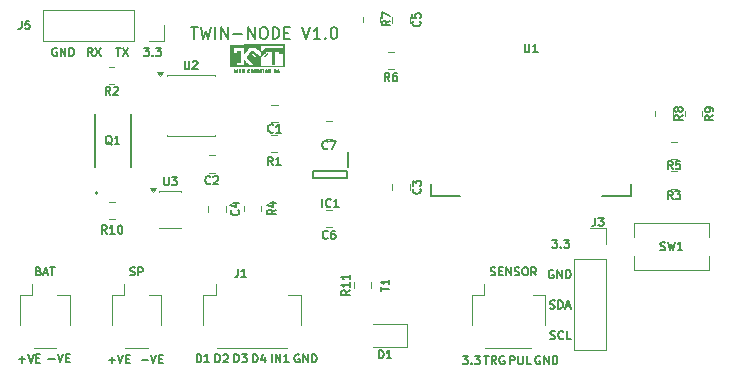
<source format=gbr>
%TF.GenerationSoftware,KiCad,Pcbnew,9.0.6-9.0.6~ubuntu22.04.1*%
%TF.CreationDate,2026-01-04T01:52:07+05:30*%
%TF.ProjectId,WLM_NODE1,574c4d5f-4e4f-4444-9531-2e6b69636164,rev?*%
%TF.SameCoordinates,Original*%
%TF.FileFunction,Legend,Top*%
%TF.FilePolarity,Positive*%
%FSLAX46Y46*%
G04 Gerber Fmt 4.6, Leading zero omitted, Abs format (unit mm)*
G04 Created by KiCad (PCBNEW 9.0.6-9.0.6~ubuntu22.04.1) date 2026-01-04 01:52:07*
%MOMM*%
%LPD*%
G01*
G04 APERTURE LIST*
%ADD10C,0.200000*%
%ADD11C,0.160000*%
%ADD12C,0.175000*%
%ADD13C,0.120000*%
%ADD14C,0.127000*%
%ADD15C,0.000000*%
G04 APERTURE END LIST*
D10*
X131514912Y-59367219D02*
X132086340Y-59367219D01*
X131800626Y-60367219D02*
X131800626Y-59367219D01*
X132324436Y-59367219D02*
X132562531Y-60367219D01*
X132562531Y-60367219D02*
X132753007Y-59652933D01*
X132753007Y-59652933D02*
X132943483Y-60367219D01*
X132943483Y-60367219D02*
X133181579Y-59367219D01*
X133562531Y-60367219D02*
X133562531Y-59367219D01*
X134038721Y-60367219D02*
X134038721Y-59367219D01*
X134038721Y-59367219D02*
X134610149Y-60367219D01*
X134610149Y-60367219D02*
X134610149Y-59367219D01*
X135086340Y-59986266D02*
X135848245Y-59986266D01*
X136324435Y-60367219D02*
X136324435Y-59367219D01*
X136324435Y-59367219D02*
X136895863Y-60367219D01*
X136895863Y-60367219D02*
X136895863Y-59367219D01*
X137562530Y-59367219D02*
X137753006Y-59367219D01*
X137753006Y-59367219D02*
X137848244Y-59414838D01*
X137848244Y-59414838D02*
X137943482Y-59510076D01*
X137943482Y-59510076D02*
X137991101Y-59700552D01*
X137991101Y-59700552D02*
X137991101Y-60033885D01*
X137991101Y-60033885D02*
X137943482Y-60224361D01*
X137943482Y-60224361D02*
X137848244Y-60319600D01*
X137848244Y-60319600D02*
X137753006Y-60367219D01*
X137753006Y-60367219D02*
X137562530Y-60367219D01*
X137562530Y-60367219D02*
X137467292Y-60319600D01*
X137467292Y-60319600D02*
X137372054Y-60224361D01*
X137372054Y-60224361D02*
X137324435Y-60033885D01*
X137324435Y-60033885D02*
X137324435Y-59700552D01*
X137324435Y-59700552D02*
X137372054Y-59510076D01*
X137372054Y-59510076D02*
X137467292Y-59414838D01*
X137467292Y-59414838D02*
X137562530Y-59367219D01*
X138419673Y-60367219D02*
X138419673Y-59367219D01*
X138419673Y-59367219D02*
X138657768Y-59367219D01*
X138657768Y-59367219D02*
X138800625Y-59414838D01*
X138800625Y-59414838D02*
X138895863Y-59510076D01*
X138895863Y-59510076D02*
X138943482Y-59605314D01*
X138943482Y-59605314D02*
X138991101Y-59795790D01*
X138991101Y-59795790D02*
X138991101Y-59938647D01*
X138991101Y-59938647D02*
X138943482Y-60129123D01*
X138943482Y-60129123D02*
X138895863Y-60224361D01*
X138895863Y-60224361D02*
X138800625Y-60319600D01*
X138800625Y-60319600D02*
X138657768Y-60367219D01*
X138657768Y-60367219D02*
X138419673Y-60367219D01*
X139419673Y-59843409D02*
X139753006Y-59843409D01*
X139895863Y-60367219D02*
X139419673Y-60367219D01*
X139419673Y-60367219D02*
X139419673Y-59367219D01*
X139419673Y-59367219D02*
X139895863Y-59367219D01*
X140943483Y-59367219D02*
X141276816Y-60367219D01*
X141276816Y-60367219D02*
X141610149Y-59367219D01*
X142467292Y-60367219D02*
X141895864Y-60367219D01*
X142181578Y-60367219D02*
X142181578Y-59367219D01*
X142181578Y-59367219D02*
X142086340Y-59510076D01*
X142086340Y-59510076D02*
X141991102Y-59605314D01*
X141991102Y-59605314D02*
X141895864Y-59652933D01*
X142895864Y-60271980D02*
X142943483Y-60319600D01*
X142943483Y-60319600D02*
X142895864Y-60367219D01*
X142895864Y-60367219D02*
X142848245Y-60319600D01*
X142848245Y-60319600D02*
X142895864Y-60271980D01*
X142895864Y-60271980D02*
X142895864Y-60367219D01*
X143562530Y-59367219D02*
X143657768Y-59367219D01*
X143657768Y-59367219D02*
X143753006Y-59414838D01*
X143753006Y-59414838D02*
X143800625Y-59462457D01*
X143800625Y-59462457D02*
X143848244Y-59557695D01*
X143848244Y-59557695D02*
X143895863Y-59748171D01*
X143895863Y-59748171D02*
X143895863Y-59986266D01*
X143895863Y-59986266D02*
X143848244Y-60176742D01*
X143848244Y-60176742D02*
X143800625Y-60271980D01*
X143800625Y-60271980D02*
X143753006Y-60319600D01*
X143753006Y-60319600D02*
X143657768Y-60367219D01*
X143657768Y-60367219D02*
X143562530Y-60367219D01*
X143562530Y-60367219D02*
X143467292Y-60319600D01*
X143467292Y-60319600D02*
X143419673Y-60271980D01*
X143419673Y-60271980D02*
X143372054Y-60176742D01*
X143372054Y-60176742D02*
X143324435Y-59986266D01*
X143324435Y-59986266D02*
X143324435Y-59748171D01*
X143324435Y-59748171D02*
X143372054Y-59557695D01*
X143372054Y-59557695D02*
X143419673Y-59462457D01*
X143419673Y-59462457D02*
X143467292Y-59414838D01*
X143467292Y-59414838D02*
X143562530Y-59367219D01*
D11*
X127331929Y-87569346D02*
X127865263Y-87569346D01*
X128098596Y-87136013D02*
X128331930Y-87836013D01*
X128331930Y-87836013D02*
X128565263Y-87136013D01*
X128798596Y-87469346D02*
X129031930Y-87469346D01*
X129131930Y-87836013D02*
X128798596Y-87836013D01*
X128798596Y-87836013D02*
X128798596Y-87136013D01*
X128798596Y-87136013D02*
X129131930Y-87136013D01*
X135165644Y-87749052D02*
X135165644Y-87049052D01*
X135165644Y-87049052D02*
X135332311Y-87049052D01*
X135332311Y-87049052D02*
X135432311Y-87082385D01*
X135432311Y-87082385D02*
X135498978Y-87149052D01*
X135498978Y-87149052D02*
X135532311Y-87215719D01*
X135532311Y-87215719D02*
X135565644Y-87349052D01*
X135565644Y-87349052D02*
X135565644Y-87449052D01*
X135565644Y-87449052D02*
X135532311Y-87582385D01*
X135532311Y-87582385D02*
X135498978Y-87649052D01*
X135498978Y-87649052D02*
X135432311Y-87715719D01*
X135432311Y-87715719D02*
X135332311Y-87749052D01*
X135332311Y-87749052D02*
X135165644Y-87749052D01*
X135798978Y-87049052D02*
X136232311Y-87049052D01*
X136232311Y-87049052D02*
X135998978Y-87315719D01*
X135998978Y-87315719D02*
X136098978Y-87315719D01*
X136098978Y-87315719D02*
X136165644Y-87349052D01*
X136165644Y-87349052D02*
X136198978Y-87382385D01*
X136198978Y-87382385D02*
X136232311Y-87449052D01*
X136232311Y-87449052D02*
X136232311Y-87615719D01*
X136232311Y-87615719D02*
X136198978Y-87682385D01*
X136198978Y-87682385D02*
X136165644Y-87715719D01*
X136165644Y-87715719D02*
X136098978Y-87749052D01*
X136098978Y-87749052D02*
X135898978Y-87749052D01*
X135898978Y-87749052D02*
X135832311Y-87715719D01*
X135832311Y-87715719D02*
X135798978Y-87682385D01*
X161058596Y-87229346D02*
X160991929Y-87196013D01*
X160991929Y-87196013D02*
X160891929Y-87196013D01*
X160891929Y-87196013D02*
X160791929Y-87229346D01*
X160791929Y-87229346D02*
X160725263Y-87296013D01*
X160725263Y-87296013D02*
X160691929Y-87362680D01*
X160691929Y-87362680D02*
X160658596Y-87496013D01*
X160658596Y-87496013D02*
X160658596Y-87596013D01*
X160658596Y-87596013D02*
X160691929Y-87729346D01*
X160691929Y-87729346D02*
X160725263Y-87796013D01*
X160725263Y-87796013D02*
X160791929Y-87862680D01*
X160791929Y-87862680D02*
X160891929Y-87896013D01*
X160891929Y-87896013D02*
X160958596Y-87896013D01*
X160958596Y-87896013D02*
X161058596Y-87862680D01*
X161058596Y-87862680D02*
X161091929Y-87829346D01*
X161091929Y-87829346D02*
X161091929Y-87596013D01*
X161091929Y-87596013D02*
X160958596Y-87596013D01*
X161391929Y-87896013D02*
X161391929Y-87196013D01*
X161391929Y-87196013D02*
X161791929Y-87896013D01*
X161791929Y-87896013D02*
X161791929Y-87196013D01*
X162125262Y-87896013D02*
X162125262Y-87196013D01*
X162125262Y-87196013D02*
X162291929Y-87196013D01*
X162291929Y-87196013D02*
X162391929Y-87229346D01*
X162391929Y-87229346D02*
X162458596Y-87296013D01*
X162458596Y-87296013D02*
X162491929Y-87362680D01*
X162491929Y-87362680D02*
X162525262Y-87496013D01*
X162525262Y-87496013D02*
X162525262Y-87596013D01*
X162525262Y-87596013D02*
X162491929Y-87729346D01*
X162491929Y-87729346D02*
X162458596Y-87796013D01*
X162458596Y-87796013D02*
X162391929Y-87862680D01*
X162391929Y-87862680D02*
X162291929Y-87896013D01*
X162291929Y-87896013D02*
X162125262Y-87896013D01*
X133574977Y-87749052D02*
X133574977Y-87049052D01*
X133574977Y-87049052D02*
X133741644Y-87049052D01*
X133741644Y-87049052D02*
X133841644Y-87082385D01*
X133841644Y-87082385D02*
X133908311Y-87149052D01*
X133908311Y-87149052D02*
X133941644Y-87215719D01*
X133941644Y-87215719D02*
X133974977Y-87349052D01*
X133974977Y-87349052D02*
X133974977Y-87449052D01*
X133974977Y-87449052D02*
X133941644Y-87582385D01*
X133941644Y-87582385D02*
X133908311Y-87649052D01*
X133908311Y-87649052D02*
X133841644Y-87715719D01*
X133841644Y-87715719D02*
X133741644Y-87749052D01*
X133741644Y-87749052D02*
X133574977Y-87749052D01*
X134241644Y-87115719D02*
X134274977Y-87082385D01*
X134274977Y-87082385D02*
X134341644Y-87049052D01*
X134341644Y-87049052D02*
X134508311Y-87049052D01*
X134508311Y-87049052D02*
X134574977Y-87082385D01*
X134574977Y-87082385D02*
X134608311Y-87115719D01*
X134608311Y-87115719D02*
X134641644Y-87182385D01*
X134641644Y-87182385D02*
X134641644Y-87249052D01*
X134641644Y-87249052D02*
X134608311Y-87349052D01*
X134608311Y-87349052D02*
X134208311Y-87749052D01*
X134208311Y-87749052D02*
X134641644Y-87749052D01*
X162185738Y-79956013D02*
X162119071Y-79922680D01*
X162119071Y-79922680D02*
X162019071Y-79922680D01*
X162019071Y-79922680D02*
X161919071Y-79956013D01*
X161919071Y-79956013D02*
X161852405Y-80022680D01*
X161852405Y-80022680D02*
X161819071Y-80089347D01*
X161819071Y-80089347D02*
X161785738Y-80222680D01*
X161785738Y-80222680D02*
X161785738Y-80322680D01*
X161785738Y-80322680D02*
X161819071Y-80456013D01*
X161819071Y-80456013D02*
X161852405Y-80522680D01*
X161852405Y-80522680D02*
X161919071Y-80589347D01*
X161919071Y-80589347D02*
X162019071Y-80622680D01*
X162019071Y-80622680D02*
X162085738Y-80622680D01*
X162085738Y-80622680D02*
X162185738Y-80589347D01*
X162185738Y-80589347D02*
X162219071Y-80556013D01*
X162219071Y-80556013D02*
X162219071Y-80322680D01*
X162219071Y-80322680D02*
X162085738Y-80322680D01*
X162519071Y-80622680D02*
X162519071Y-79922680D01*
X162519071Y-79922680D02*
X162919071Y-80622680D01*
X162919071Y-80622680D02*
X162919071Y-79922680D01*
X163252404Y-80622680D02*
X163252404Y-79922680D01*
X163252404Y-79922680D02*
X163419071Y-79922680D01*
X163419071Y-79922680D02*
X163519071Y-79956013D01*
X163519071Y-79956013D02*
X163585738Y-80022680D01*
X163585738Y-80022680D02*
X163619071Y-80089347D01*
X163619071Y-80089347D02*
X163652404Y-80222680D01*
X163652404Y-80222680D02*
X163652404Y-80322680D01*
X163652404Y-80322680D02*
X163619071Y-80456013D01*
X163619071Y-80456013D02*
X163585738Y-80522680D01*
X163585738Y-80522680D02*
X163519071Y-80589347D01*
X163519071Y-80589347D02*
X163419071Y-80622680D01*
X163419071Y-80622680D02*
X163252404Y-80622680D01*
X120138596Y-61139346D02*
X120071929Y-61106013D01*
X120071929Y-61106013D02*
X119971929Y-61106013D01*
X119971929Y-61106013D02*
X119871929Y-61139346D01*
X119871929Y-61139346D02*
X119805263Y-61206013D01*
X119805263Y-61206013D02*
X119771929Y-61272680D01*
X119771929Y-61272680D02*
X119738596Y-61406013D01*
X119738596Y-61406013D02*
X119738596Y-61506013D01*
X119738596Y-61506013D02*
X119771929Y-61639346D01*
X119771929Y-61639346D02*
X119805263Y-61706013D01*
X119805263Y-61706013D02*
X119871929Y-61772680D01*
X119871929Y-61772680D02*
X119971929Y-61806013D01*
X119971929Y-61806013D02*
X120038596Y-61806013D01*
X120038596Y-61806013D02*
X120138596Y-61772680D01*
X120138596Y-61772680D02*
X120171929Y-61739346D01*
X120171929Y-61739346D02*
X120171929Y-61506013D01*
X120171929Y-61506013D02*
X120038596Y-61506013D01*
X120471929Y-61806013D02*
X120471929Y-61106013D01*
X120471929Y-61106013D02*
X120871929Y-61806013D01*
X120871929Y-61806013D02*
X120871929Y-61106013D01*
X121205262Y-61806013D02*
X121205262Y-61106013D01*
X121205262Y-61106013D02*
X121371929Y-61106013D01*
X121371929Y-61106013D02*
X121471929Y-61139346D01*
X121471929Y-61139346D02*
X121538596Y-61206013D01*
X121538596Y-61206013D02*
X121571929Y-61272680D01*
X121571929Y-61272680D02*
X121605262Y-61406013D01*
X121605262Y-61406013D02*
X121605262Y-61506013D01*
X121605262Y-61506013D02*
X121571929Y-61639346D01*
X121571929Y-61639346D02*
X121538596Y-61706013D01*
X121538596Y-61706013D02*
X121471929Y-61772680D01*
X121471929Y-61772680D02*
X121371929Y-61806013D01*
X121371929Y-61806013D02*
X121205262Y-61806013D01*
X131984310Y-87749052D02*
X131984310Y-87049052D01*
X131984310Y-87049052D02*
X132150977Y-87049052D01*
X132150977Y-87049052D02*
X132250977Y-87082385D01*
X132250977Y-87082385D02*
X132317644Y-87149052D01*
X132317644Y-87149052D02*
X132350977Y-87215719D01*
X132350977Y-87215719D02*
X132384310Y-87349052D01*
X132384310Y-87349052D02*
X132384310Y-87449052D01*
X132384310Y-87449052D02*
X132350977Y-87582385D01*
X132350977Y-87582385D02*
X132317644Y-87649052D01*
X132317644Y-87649052D02*
X132250977Y-87715719D01*
X132250977Y-87715719D02*
X132150977Y-87749052D01*
X132150977Y-87749052D02*
X131984310Y-87749052D01*
X133050977Y-87749052D02*
X132650977Y-87749052D01*
X132850977Y-87749052D02*
X132850977Y-87049052D01*
X132850977Y-87049052D02*
X132784310Y-87149052D01*
X132784310Y-87149052D02*
X132717644Y-87215719D01*
X132717644Y-87215719D02*
X132650977Y-87249052D01*
X123185025Y-61806013D02*
X122951692Y-61472680D01*
X122785025Y-61806013D02*
X122785025Y-61106013D01*
X122785025Y-61106013D02*
X123051692Y-61106013D01*
X123051692Y-61106013D02*
X123118359Y-61139346D01*
X123118359Y-61139346D02*
X123151692Y-61172680D01*
X123151692Y-61172680D02*
X123185025Y-61239346D01*
X123185025Y-61239346D02*
X123185025Y-61339346D01*
X123185025Y-61339346D02*
X123151692Y-61406013D01*
X123151692Y-61406013D02*
X123118359Y-61439346D01*
X123118359Y-61439346D02*
X123051692Y-61472680D01*
X123051692Y-61472680D02*
X122785025Y-61472680D01*
X123418359Y-61106013D02*
X123885025Y-61806013D01*
X123885025Y-61106013D02*
X123418359Y-61806013D01*
X156318596Y-87196013D02*
X156718596Y-87196013D01*
X156518596Y-87896013D02*
X156518596Y-87196013D01*
X157351929Y-87896013D02*
X157118596Y-87562680D01*
X156951929Y-87896013D02*
X156951929Y-87196013D01*
X156951929Y-87196013D02*
X157218596Y-87196013D01*
X157218596Y-87196013D02*
X157285263Y-87229346D01*
X157285263Y-87229346D02*
X157318596Y-87262680D01*
X157318596Y-87262680D02*
X157351929Y-87329346D01*
X157351929Y-87329346D02*
X157351929Y-87429346D01*
X157351929Y-87429346D02*
X157318596Y-87496013D01*
X157318596Y-87496013D02*
X157285263Y-87529346D01*
X157285263Y-87529346D02*
X157218596Y-87562680D01*
X157218596Y-87562680D02*
X156951929Y-87562680D01*
X158018596Y-87229346D02*
X157951929Y-87196013D01*
X157951929Y-87196013D02*
X157851929Y-87196013D01*
X157851929Y-87196013D02*
X157751929Y-87229346D01*
X157751929Y-87229346D02*
X157685263Y-87296013D01*
X157685263Y-87296013D02*
X157651929Y-87362680D01*
X157651929Y-87362680D02*
X157618596Y-87496013D01*
X157618596Y-87496013D02*
X157618596Y-87596013D01*
X157618596Y-87596013D02*
X157651929Y-87729346D01*
X157651929Y-87729346D02*
X157685263Y-87796013D01*
X157685263Y-87796013D02*
X157751929Y-87862680D01*
X157751929Y-87862680D02*
X157851929Y-87896013D01*
X157851929Y-87896013D02*
X157918596Y-87896013D01*
X157918596Y-87896013D02*
X158018596Y-87862680D01*
X158018596Y-87862680D02*
X158051929Y-87829346D01*
X158051929Y-87829346D02*
X158051929Y-87596013D01*
X158051929Y-87596013D02*
X157918596Y-87596013D01*
X154515263Y-87196013D02*
X154948596Y-87196013D01*
X154948596Y-87196013D02*
X154715263Y-87462680D01*
X154715263Y-87462680D02*
X154815263Y-87462680D01*
X154815263Y-87462680D02*
X154881929Y-87496013D01*
X154881929Y-87496013D02*
X154915263Y-87529346D01*
X154915263Y-87529346D02*
X154948596Y-87596013D01*
X154948596Y-87596013D02*
X154948596Y-87762680D01*
X154948596Y-87762680D02*
X154915263Y-87829346D01*
X154915263Y-87829346D02*
X154881929Y-87862680D01*
X154881929Y-87862680D02*
X154815263Y-87896013D01*
X154815263Y-87896013D02*
X154615263Y-87896013D01*
X154615263Y-87896013D02*
X154548596Y-87862680D01*
X154548596Y-87862680D02*
X154515263Y-87829346D01*
X155248596Y-87829346D02*
X155281930Y-87862680D01*
X155281930Y-87862680D02*
X155248596Y-87896013D01*
X155248596Y-87896013D02*
X155215263Y-87862680D01*
X155215263Y-87862680D02*
X155248596Y-87829346D01*
X155248596Y-87829346D02*
X155248596Y-87896013D01*
X155515263Y-87196013D02*
X155948596Y-87196013D01*
X155948596Y-87196013D02*
X155715263Y-87462680D01*
X155715263Y-87462680D02*
X155815263Y-87462680D01*
X155815263Y-87462680D02*
X155881929Y-87496013D01*
X155881929Y-87496013D02*
X155915263Y-87529346D01*
X155915263Y-87529346D02*
X155948596Y-87596013D01*
X155948596Y-87596013D02*
X155948596Y-87762680D01*
X155948596Y-87762680D02*
X155915263Y-87829346D01*
X155915263Y-87829346D02*
X155881929Y-87862680D01*
X155881929Y-87862680D02*
X155815263Y-87896013D01*
X155815263Y-87896013D02*
X155615263Y-87896013D01*
X155615263Y-87896013D02*
X155548596Y-87862680D01*
X155548596Y-87862680D02*
X155515263Y-87829346D01*
X162085740Y-77346013D02*
X162519073Y-77346013D01*
X162519073Y-77346013D02*
X162285740Y-77612680D01*
X162285740Y-77612680D02*
X162385740Y-77612680D01*
X162385740Y-77612680D02*
X162452406Y-77646013D01*
X162452406Y-77646013D02*
X162485740Y-77679346D01*
X162485740Y-77679346D02*
X162519073Y-77746013D01*
X162519073Y-77746013D02*
X162519073Y-77912680D01*
X162519073Y-77912680D02*
X162485740Y-77979346D01*
X162485740Y-77979346D02*
X162452406Y-78012680D01*
X162452406Y-78012680D02*
X162385740Y-78046013D01*
X162385740Y-78046013D02*
X162185740Y-78046013D01*
X162185740Y-78046013D02*
X162119073Y-78012680D01*
X162119073Y-78012680D02*
X162085740Y-77979346D01*
X162819073Y-77979346D02*
X162852407Y-78012680D01*
X162852407Y-78012680D02*
X162819073Y-78046013D01*
X162819073Y-78046013D02*
X162785740Y-78012680D01*
X162785740Y-78012680D02*
X162819073Y-77979346D01*
X162819073Y-77979346D02*
X162819073Y-78046013D01*
X163085740Y-77346013D02*
X163519073Y-77346013D01*
X163519073Y-77346013D02*
X163285740Y-77612680D01*
X163285740Y-77612680D02*
X163385740Y-77612680D01*
X163385740Y-77612680D02*
X163452406Y-77646013D01*
X163452406Y-77646013D02*
X163485740Y-77679346D01*
X163485740Y-77679346D02*
X163519073Y-77746013D01*
X163519073Y-77746013D02*
X163519073Y-77912680D01*
X163519073Y-77912680D02*
X163485740Y-77979346D01*
X163485740Y-77979346D02*
X163452406Y-78012680D01*
X163452406Y-78012680D02*
X163385740Y-78046013D01*
X163385740Y-78046013D02*
X163185740Y-78046013D01*
X163185740Y-78046013D02*
X163119073Y-78012680D01*
X163119073Y-78012680D02*
X163085740Y-77979346D01*
X161904787Y-83166013D02*
X162004787Y-83199346D01*
X162004787Y-83199346D02*
X162171454Y-83199346D01*
X162171454Y-83199346D02*
X162238120Y-83166013D01*
X162238120Y-83166013D02*
X162271454Y-83132679D01*
X162271454Y-83132679D02*
X162304787Y-83066013D01*
X162304787Y-83066013D02*
X162304787Y-82999346D01*
X162304787Y-82999346D02*
X162271454Y-82932679D01*
X162271454Y-82932679D02*
X162238120Y-82899346D01*
X162238120Y-82899346D02*
X162171454Y-82866013D01*
X162171454Y-82866013D02*
X162038120Y-82832679D01*
X162038120Y-82832679D02*
X161971454Y-82799346D01*
X161971454Y-82799346D02*
X161938120Y-82766013D01*
X161938120Y-82766013D02*
X161904787Y-82699346D01*
X161904787Y-82699346D02*
X161904787Y-82632679D01*
X161904787Y-82632679D02*
X161938120Y-82566013D01*
X161938120Y-82566013D02*
X161971454Y-82532679D01*
X161971454Y-82532679D02*
X162038120Y-82499346D01*
X162038120Y-82499346D02*
X162204787Y-82499346D01*
X162204787Y-82499346D02*
X162304787Y-82532679D01*
X162604787Y-83199346D02*
X162604787Y-82499346D01*
X162604787Y-82499346D02*
X162771454Y-82499346D01*
X162771454Y-82499346D02*
X162871454Y-82532679D01*
X162871454Y-82532679D02*
X162938121Y-82599346D01*
X162938121Y-82599346D02*
X162971454Y-82666013D01*
X162971454Y-82666013D02*
X163004787Y-82799346D01*
X163004787Y-82799346D02*
X163004787Y-82899346D01*
X163004787Y-82899346D02*
X162971454Y-83032679D01*
X162971454Y-83032679D02*
X162938121Y-83099346D01*
X162938121Y-83099346D02*
X162871454Y-83166013D01*
X162871454Y-83166013D02*
X162771454Y-83199346D01*
X162771454Y-83199346D02*
X162604787Y-83199346D01*
X163271454Y-82999346D02*
X163604787Y-82999346D01*
X163204787Y-83199346D02*
X163438121Y-82499346D01*
X163438121Y-82499346D02*
X163671454Y-83199346D01*
X119441929Y-87479346D02*
X119975263Y-87479346D01*
X120208596Y-87046013D02*
X120441930Y-87746013D01*
X120441930Y-87746013D02*
X120675263Y-87046013D01*
X120908596Y-87379346D02*
X121141930Y-87379346D01*
X121241930Y-87746013D02*
X120908596Y-87746013D01*
X120908596Y-87746013D02*
X120908596Y-87046013D01*
X120908596Y-87046013D02*
X121241930Y-87046013D01*
X140670977Y-87082385D02*
X140604310Y-87049052D01*
X140604310Y-87049052D02*
X140504310Y-87049052D01*
X140504310Y-87049052D02*
X140404310Y-87082385D01*
X140404310Y-87082385D02*
X140337644Y-87149052D01*
X140337644Y-87149052D02*
X140304310Y-87215719D01*
X140304310Y-87215719D02*
X140270977Y-87349052D01*
X140270977Y-87349052D02*
X140270977Y-87449052D01*
X140270977Y-87449052D02*
X140304310Y-87582385D01*
X140304310Y-87582385D02*
X140337644Y-87649052D01*
X140337644Y-87649052D02*
X140404310Y-87715719D01*
X140404310Y-87715719D02*
X140504310Y-87749052D01*
X140504310Y-87749052D02*
X140570977Y-87749052D01*
X140570977Y-87749052D02*
X140670977Y-87715719D01*
X140670977Y-87715719D02*
X140704310Y-87682385D01*
X140704310Y-87682385D02*
X140704310Y-87449052D01*
X140704310Y-87449052D02*
X140570977Y-87449052D01*
X141004310Y-87749052D02*
X141004310Y-87049052D01*
X141004310Y-87049052D02*
X141404310Y-87749052D01*
X141404310Y-87749052D02*
X141404310Y-87049052D01*
X141737643Y-87749052D02*
X141737643Y-87049052D01*
X141737643Y-87049052D02*
X141904310Y-87049052D01*
X141904310Y-87049052D02*
X142004310Y-87082385D01*
X142004310Y-87082385D02*
X142070977Y-87149052D01*
X142070977Y-87149052D02*
X142104310Y-87215719D01*
X142104310Y-87215719D02*
X142137643Y-87349052D01*
X142137643Y-87349052D02*
X142137643Y-87449052D01*
X142137643Y-87449052D02*
X142104310Y-87582385D01*
X142104310Y-87582385D02*
X142070977Y-87649052D01*
X142070977Y-87649052D02*
X142004310Y-87715719D01*
X142004310Y-87715719D02*
X141904310Y-87749052D01*
X141904310Y-87749052D02*
X141737643Y-87749052D01*
X124531929Y-87569346D02*
X125065263Y-87569346D01*
X124798596Y-87836013D02*
X124798596Y-87302680D01*
X125298596Y-87136013D02*
X125531930Y-87836013D01*
X125531930Y-87836013D02*
X125765263Y-87136013D01*
X125998596Y-87469346D02*
X126231930Y-87469346D01*
X126331930Y-87836013D02*
X125998596Y-87836013D01*
X125998596Y-87836013D02*
X125998596Y-87136013D01*
X125998596Y-87136013D02*
X126331930Y-87136013D01*
X116951929Y-87499346D02*
X117485263Y-87499346D01*
X117218596Y-87766013D02*
X117218596Y-87232680D01*
X117718596Y-87066013D02*
X117951930Y-87766013D01*
X117951930Y-87766013D02*
X118185263Y-87066013D01*
X118418596Y-87399346D02*
X118651930Y-87399346D01*
X118751930Y-87766013D02*
X118418596Y-87766013D01*
X118418596Y-87766013D02*
X118418596Y-87066013D01*
X118418596Y-87066013D02*
X118751930Y-87066013D01*
X161928596Y-85742680D02*
X162028596Y-85776013D01*
X162028596Y-85776013D02*
X162195263Y-85776013D01*
X162195263Y-85776013D02*
X162261929Y-85742680D01*
X162261929Y-85742680D02*
X162295263Y-85709346D01*
X162295263Y-85709346D02*
X162328596Y-85642680D01*
X162328596Y-85642680D02*
X162328596Y-85576013D01*
X162328596Y-85576013D02*
X162295263Y-85509346D01*
X162295263Y-85509346D02*
X162261929Y-85476013D01*
X162261929Y-85476013D02*
X162195263Y-85442680D01*
X162195263Y-85442680D02*
X162061929Y-85409346D01*
X162061929Y-85409346D02*
X161995263Y-85376013D01*
X161995263Y-85376013D02*
X161961929Y-85342680D01*
X161961929Y-85342680D02*
X161928596Y-85276013D01*
X161928596Y-85276013D02*
X161928596Y-85209346D01*
X161928596Y-85209346D02*
X161961929Y-85142680D01*
X161961929Y-85142680D02*
X161995263Y-85109346D01*
X161995263Y-85109346D02*
X162061929Y-85076013D01*
X162061929Y-85076013D02*
X162228596Y-85076013D01*
X162228596Y-85076013D02*
X162328596Y-85109346D01*
X163028596Y-85709346D02*
X162995263Y-85742680D01*
X162995263Y-85742680D02*
X162895263Y-85776013D01*
X162895263Y-85776013D02*
X162828596Y-85776013D01*
X162828596Y-85776013D02*
X162728596Y-85742680D01*
X162728596Y-85742680D02*
X162661930Y-85676013D01*
X162661930Y-85676013D02*
X162628596Y-85609346D01*
X162628596Y-85609346D02*
X162595263Y-85476013D01*
X162595263Y-85476013D02*
X162595263Y-85376013D01*
X162595263Y-85376013D02*
X162628596Y-85242680D01*
X162628596Y-85242680D02*
X162661930Y-85176013D01*
X162661930Y-85176013D02*
X162728596Y-85109346D01*
X162728596Y-85109346D02*
X162828596Y-85076013D01*
X162828596Y-85076013D02*
X162895263Y-85076013D01*
X162895263Y-85076013D02*
X162995263Y-85109346D01*
X162995263Y-85109346D02*
X163028596Y-85142680D01*
X163661930Y-85776013D02*
X163328596Y-85776013D01*
X163328596Y-85776013D02*
X163328596Y-85076013D01*
X158521929Y-87896013D02*
X158521929Y-87196013D01*
X158521929Y-87196013D02*
X158788596Y-87196013D01*
X158788596Y-87196013D02*
X158855263Y-87229346D01*
X158855263Y-87229346D02*
X158888596Y-87262680D01*
X158888596Y-87262680D02*
X158921929Y-87329346D01*
X158921929Y-87329346D02*
X158921929Y-87429346D01*
X158921929Y-87429346D02*
X158888596Y-87496013D01*
X158888596Y-87496013D02*
X158855263Y-87529346D01*
X158855263Y-87529346D02*
X158788596Y-87562680D01*
X158788596Y-87562680D02*
X158521929Y-87562680D01*
X159221929Y-87196013D02*
X159221929Y-87762680D01*
X159221929Y-87762680D02*
X159255263Y-87829346D01*
X159255263Y-87829346D02*
X159288596Y-87862680D01*
X159288596Y-87862680D02*
X159355263Y-87896013D01*
X159355263Y-87896013D02*
X159488596Y-87896013D01*
X159488596Y-87896013D02*
X159555263Y-87862680D01*
X159555263Y-87862680D02*
X159588596Y-87829346D01*
X159588596Y-87829346D02*
X159621929Y-87762680D01*
X159621929Y-87762680D02*
X159621929Y-87196013D01*
X160288596Y-87896013D02*
X159955262Y-87896013D01*
X159955262Y-87896013D02*
X159955262Y-87196013D01*
X125150501Y-61106013D02*
X125550501Y-61106013D01*
X125350501Y-61806013D02*
X125350501Y-61106013D01*
X125717168Y-61106013D02*
X126183834Y-61806013D01*
X126183834Y-61106013D02*
X125717168Y-61806013D01*
X136756310Y-87749052D02*
X136756310Y-87049052D01*
X136756310Y-87049052D02*
X136922977Y-87049052D01*
X136922977Y-87049052D02*
X137022977Y-87082385D01*
X137022977Y-87082385D02*
X137089644Y-87149052D01*
X137089644Y-87149052D02*
X137122977Y-87215719D01*
X137122977Y-87215719D02*
X137156310Y-87349052D01*
X137156310Y-87349052D02*
X137156310Y-87449052D01*
X137156310Y-87449052D02*
X137122977Y-87582385D01*
X137122977Y-87582385D02*
X137089644Y-87649052D01*
X137089644Y-87649052D02*
X137022977Y-87715719D01*
X137022977Y-87715719D02*
X136922977Y-87749052D01*
X136922977Y-87749052D02*
X136756310Y-87749052D01*
X137756310Y-87282385D02*
X137756310Y-87749052D01*
X137589644Y-87015719D02*
X137422977Y-87515719D01*
X137422977Y-87515719D02*
X137856310Y-87515719D01*
X138346977Y-87749052D02*
X138346977Y-87049052D01*
X138680310Y-87749052D02*
X138680310Y-87049052D01*
X138680310Y-87049052D02*
X139080310Y-87749052D01*
X139080310Y-87749052D02*
X139080310Y-87049052D01*
X139780310Y-87749052D02*
X139380310Y-87749052D01*
X139580310Y-87749052D02*
X139580310Y-87049052D01*
X139580310Y-87049052D02*
X139513643Y-87149052D01*
X139513643Y-87149052D02*
X139446977Y-87215719D01*
X139446977Y-87215719D02*
X139380310Y-87249052D01*
X127530263Y-61106013D02*
X127963596Y-61106013D01*
X127963596Y-61106013D02*
X127730263Y-61372680D01*
X127730263Y-61372680D02*
X127830263Y-61372680D01*
X127830263Y-61372680D02*
X127896929Y-61406013D01*
X127896929Y-61406013D02*
X127930263Y-61439346D01*
X127930263Y-61439346D02*
X127963596Y-61506013D01*
X127963596Y-61506013D02*
X127963596Y-61672680D01*
X127963596Y-61672680D02*
X127930263Y-61739346D01*
X127930263Y-61739346D02*
X127896929Y-61772680D01*
X127896929Y-61772680D02*
X127830263Y-61806013D01*
X127830263Y-61806013D02*
X127630263Y-61806013D01*
X127630263Y-61806013D02*
X127563596Y-61772680D01*
X127563596Y-61772680D02*
X127530263Y-61739346D01*
X128263596Y-61739346D02*
X128296930Y-61772680D01*
X128296930Y-61772680D02*
X128263596Y-61806013D01*
X128263596Y-61806013D02*
X128230263Y-61772680D01*
X128230263Y-61772680D02*
X128263596Y-61739346D01*
X128263596Y-61739346D02*
X128263596Y-61806013D01*
X128530263Y-61106013D02*
X128963596Y-61106013D01*
X128963596Y-61106013D02*
X128730263Y-61372680D01*
X128730263Y-61372680D02*
X128830263Y-61372680D01*
X128830263Y-61372680D02*
X128896929Y-61406013D01*
X128896929Y-61406013D02*
X128930263Y-61439346D01*
X128930263Y-61439346D02*
X128963596Y-61506013D01*
X128963596Y-61506013D02*
X128963596Y-61672680D01*
X128963596Y-61672680D02*
X128930263Y-61739346D01*
X128930263Y-61739346D02*
X128896929Y-61772680D01*
X128896929Y-61772680D02*
X128830263Y-61806013D01*
X128830263Y-61806013D02*
X128630263Y-61806013D01*
X128630263Y-61806013D02*
X128563596Y-61772680D01*
X128563596Y-61772680D02*
X128530263Y-61739346D01*
X172283333Y-71390513D02*
X172050000Y-71057180D01*
X171883333Y-71390513D02*
X171883333Y-70690513D01*
X171883333Y-70690513D02*
X172150000Y-70690513D01*
X172150000Y-70690513D02*
X172216667Y-70723846D01*
X172216667Y-70723846D02*
X172250000Y-70757180D01*
X172250000Y-70757180D02*
X172283333Y-70823846D01*
X172283333Y-70823846D02*
X172283333Y-70923846D01*
X172283333Y-70923846D02*
X172250000Y-70990513D01*
X172250000Y-70990513D02*
X172216667Y-71023846D01*
X172216667Y-71023846D02*
X172150000Y-71057180D01*
X172150000Y-71057180D02*
X171883333Y-71057180D01*
X172916667Y-70690513D02*
X172583333Y-70690513D01*
X172583333Y-70690513D02*
X172550000Y-71023846D01*
X172550000Y-71023846D02*
X172583333Y-70990513D01*
X172583333Y-70990513D02*
X172650000Y-70957180D01*
X172650000Y-70957180D02*
X172816667Y-70957180D01*
X172816667Y-70957180D02*
X172883333Y-70990513D01*
X172883333Y-70990513D02*
X172916667Y-71023846D01*
X172916667Y-71023846D02*
X172950000Y-71090513D01*
X172950000Y-71090513D02*
X172950000Y-71257180D01*
X172950000Y-71257180D02*
X172916667Y-71323846D01*
X172916667Y-71323846D02*
X172883333Y-71357180D01*
X172883333Y-71357180D02*
X172816667Y-71390513D01*
X172816667Y-71390513D02*
X172650000Y-71390513D01*
X172650000Y-71390513D02*
X172583333Y-71357180D01*
X172583333Y-71357180D02*
X172550000Y-71323846D01*
X138458333Y-68223846D02*
X138425000Y-68257180D01*
X138425000Y-68257180D02*
X138325000Y-68290513D01*
X138325000Y-68290513D02*
X138258333Y-68290513D01*
X138258333Y-68290513D02*
X138158333Y-68257180D01*
X138158333Y-68257180D02*
X138091667Y-68190513D01*
X138091667Y-68190513D02*
X138058333Y-68123846D01*
X138058333Y-68123846D02*
X138025000Y-67990513D01*
X138025000Y-67990513D02*
X138025000Y-67890513D01*
X138025000Y-67890513D02*
X138058333Y-67757180D01*
X138058333Y-67757180D02*
X138091667Y-67690513D01*
X138091667Y-67690513D02*
X138158333Y-67623846D01*
X138158333Y-67623846D02*
X138258333Y-67590513D01*
X138258333Y-67590513D02*
X138325000Y-67590513D01*
X138325000Y-67590513D02*
X138425000Y-67623846D01*
X138425000Y-67623846D02*
X138458333Y-67657180D01*
X139125000Y-68290513D02*
X138725000Y-68290513D01*
X138925000Y-68290513D02*
X138925000Y-67590513D01*
X138925000Y-67590513D02*
X138858333Y-67690513D01*
X138858333Y-67690513D02*
X138791667Y-67757180D01*
X138791667Y-67757180D02*
X138725000Y-67790513D01*
X148308333Y-63915513D02*
X148075000Y-63582180D01*
X147908333Y-63915513D02*
X147908333Y-63215513D01*
X147908333Y-63215513D02*
X148175000Y-63215513D01*
X148175000Y-63215513D02*
X148241667Y-63248846D01*
X148241667Y-63248846D02*
X148275000Y-63282180D01*
X148275000Y-63282180D02*
X148308333Y-63348846D01*
X148308333Y-63348846D02*
X148308333Y-63448846D01*
X148308333Y-63448846D02*
X148275000Y-63515513D01*
X148275000Y-63515513D02*
X148241667Y-63548846D01*
X148241667Y-63548846D02*
X148175000Y-63582180D01*
X148175000Y-63582180D02*
X147908333Y-63582180D01*
X148908333Y-63215513D02*
X148775000Y-63215513D01*
X148775000Y-63215513D02*
X148708333Y-63248846D01*
X148708333Y-63248846D02*
X148675000Y-63282180D01*
X148675000Y-63282180D02*
X148608333Y-63382180D01*
X148608333Y-63382180D02*
X148575000Y-63515513D01*
X148575000Y-63515513D02*
X148575000Y-63782180D01*
X148575000Y-63782180D02*
X148608333Y-63848846D01*
X148608333Y-63848846D02*
X148641667Y-63882180D01*
X148641667Y-63882180D02*
X148708333Y-63915513D01*
X148708333Y-63915513D02*
X148841667Y-63915513D01*
X148841667Y-63915513D02*
X148908333Y-63882180D01*
X148908333Y-63882180D02*
X148941667Y-63848846D01*
X148941667Y-63848846D02*
X148975000Y-63782180D01*
X148975000Y-63782180D02*
X148975000Y-63615513D01*
X148975000Y-63615513D02*
X148941667Y-63548846D01*
X148941667Y-63548846D02*
X148908333Y-63515513D01*
X148908333Y-63515513D02*
X148841667Y-63482180D01*
X148841667Y-63482180D02*
X148708333Y-63482180D01*
X148708333Y-63482180D02*
X148641667Y-63515513D01*
X148641667Y-63515513D02*
X148608333Y-63548846D01*
X148608333Y-63548846D02*
X148575000Y-63615513D01*
D12*
X135466666Y-79814733D02*
X135466666Y-80314733D01*
X135466666Y-80314733D02*
X135433333Y-80414733D01*
X135433333Y-80414733D02*
X135366666Y-80481400D01*
X135366666Y-80481400D02*
X135266666Y-80514733D01*
X135266666Y-80514733D02*
X135200000Y-80514733D01*
X136166666Y-80514733D02*
X135766666Y-80514733D01*
X135966666Y-80514733D02*
X135966666Y-79814733D01*
X135966666Y-79814733D02*
X135899999Y-79914733D01*
X135899999Y-79914733D02*
X135833333Y-79981400D01*
X135833333Y-79981400D02*
X135766666Y-80014733D01*
D11*
X138433333Y-71065513D02*
X138200000Y-70732180D01*
X138033333Y-71065513D02*
X138033333Y-70365513D01*
X138033333Y-70365513D02*
X138300000Y-70365513D01*
X138300000Y-70365513D02*
X138366667Y-70398846D01*
X138366667Y-70398846D02*
X138400000Y-70432180D01*
X138400000Y-70432180D02*
X138433333Y-70498846D01*
X138433333Y-70498846D02*
X138433333Y-70598846D01*
X138433333Y-70598846D02*
X138400000Y-70665513D01*
X138400000Y-70665513D02*
X138366667Y-70698846D01*
X138366667Y-70698846D02*
X138300000Y-70732180D01*
X138300000Y-70732180D02*
X138033333Y-70732180D01*
X139100000Y-71065513D02*
X138700000Y-71065513D01*
X138900000Y-71065513D02*
X138900000Y-70365513D01*
X138900000Y-70365513D02*
X138833333Y-70465513D01*
X138833333Y-70465513D02*
X138766667Y-70532180D01*
X138766667Y-70532180D02*
X138700000Y-70565513D01*
X124683333Y-65090513D02*
X124450000Y-64757180D01*
X124283333Y-65090513D02*
X124283333Y-64390513D01*
X124283333Y-64390513D02*
X124550000Y-64390513D01*
X124550000Y-64390513D02*
X124616667Y-64423846D01*
X124616667Y-64423846D02*
X124650000Y-64457180D01*
X124650000Y-64457180D02*
X124683333Y-64523846D01*
X124683333Y-64523846D02*
X124683333Y-64623846D01*
X124683333Y-64623846D02*
X124650000Y-64690513D01*
X124650000Y-64690513D02*
X124616667Y-64723846D01*
X124616667Y-64723846D02*
X124550000Y-64757180D01*
X124550000Y-64757180D02*
X124283333Y-64757180D01*
X124950000Y-64457180D02*
X124983333Y-64423846D01*
X124983333Y-64423846D02*
X125050000Y-64390513D01*
X125050000Y-64390513D02*
X125216667Y-64390513D01*
X125216667Y-64390513D02*
X125283333Y-64423846D01*
X125283333Y-64423846D02*
X125316667Y-64457180D01*
X125316667Y-64457180D02*
X125350000Y-64523846D01*
X125350000Y-64523846D02*
X125350000Y-64590513D01*
X125350000Y-64590513D02*
X125316667Y-64690513D01*
X125316667Y-64690513D02*
X124916667Y-65090513D01*
X124916667Y-65090513D02*
X125350000Y-65090513D01*
X124374999Y-76840513D02*
X124141666Y-76507180D01*
X123974999Y-76840513D02*
X123974999Y-76140513D01*
X123974999Y-76140513D02*
X124241666Y-76140513D01*
X124241666Y-76140513D02*
X124308333Y-76173846D01*
X124308333Y-76173846D02*
X124341666Y-76207180D01*
X124341666Y-76207180D02*
X124374999Y-76273846D01*
X124374999Y-76273846D02*
X124374999Y-76373846D01*
X124374999Y-76373846D02*
X124341666Y-76440513D01*
X124341666Y-76440513D02*
X124308333Y-76473846D01*
X124308333Y-76473846D02*
X124241666Y-76507180D01*
X124241666Y-76507180D02*
X123974999Y-76507180D01*
X125041666Y-76840513D02*
X124641666Y-76840513D01*
X124841666Y-76840513D02*
X124841666Y-76140513D01*
X124841666Y-76140513D02*
X124774999Y-76240513D01*
X124774999Y-76240513D02*
X124708333Y-76307180D01*
X124708333Y-76307180D02*
X124641666Y-76340513D01*
X125475000Y-76140513D02*
X125541666Y-76140513D01*
X125541666Y-76140513D02*
X125608333Y-76173846D01*
X125608333Y-76173846D02*
X125641666Y-76207180D01*
X125641666Y-76207180D02*
X125675000Y-76273846D01*
X125675000Y-76273846D02*
X125708333Y-76407180D01*
X125708333Y-76407180D02*
X125708333Y-76573846D01*
X125708333Y-76573846D02*
X125675000Y-76707180D01*
X125675000Y-76707180D02*
X125641666Y-76773846D01*
X125641666Y-76773846D02*
X125608333Y-76807180D01*
X125608333Y-76807180D02*
X125541666Y-76840513D01*
X125541666Y-76840513D02*
X125475000Y-76840513D01*
X125475000Y-76840513D02*
X125408333Y-76807180D01*
X125408333Y-76807180D02*
X125375000Y-76773846D01*
X125375000Y-76773846D02*
X125341666Y-76707180D01*
X125341666Y-76707180D02*
X125308333Y-76573846D01*
X125308333Y-76573846D02*
X125308333Y-76407180D01*
X125308333Y-76407180D02*
X125341666Y-76273846D01*
X125341666Y-76273846D02*
X125375000Y-76207180D01*
X125375000Y-76207180D02*
X125408333Y-76173846D01*
X125408333Y-76173846D02*
X125475000Y-76140513D01*
D12*
X142616666Y-74614733D02*
X142616666Y-73914733D01*
X143349999Y-74548066D02*
X143316666Y-74581400D01*
X143316666Y-74581400D02*
X143216666Y-74614733D01*
X143216666Y-74614733D02*
X143149999Y-74614733D01*
X143149999Y-74614733D02*
X143049999Y-74581400D01*
X143049999Y-74581400D02*
X142983333Y-74514733D01*
X142983333Y-74514733D02*
X142949999Y-74448066D01*
X142949999Y-74448066D02*
X142916666Y-74314733D01*
X142916666Y-74314733D02*
X142916666Y-74214733D01*
X142916666Y-74214733D02*
X142949999Y-74081400D01*
X142949999Y-74081400D02*
X142983333Y-74014733D01*
X142983333Y-74014733D02*
X143049999Y-73948066D01*
X143049999Y-73948066D02*
X143149999Y-73914733D01*
X143149999Y-73914733D02*
X143216666Y-73914733D01*
X143216666Y-73914733D02*
X143316666Y-73948066D01*
X143316666Y-73948066D02*
X143349999Y-73981400D01*
X144016666Y-74614733D02*
X143616666Y-74614733D01*
X143816666Y-74614733D02*
X143816666Y-73914733D01*
X143816666Y-73914733D02*
X143749999Y-74014733D01*
X143749999Y-74014733D02*
X143683333Y-74081400D01*
X143683333Y-74081400D02*
X143616666Y-74114733D01*
D11*
X148390513Y-58816666D02*
X148057180Y-59049999D01*
X148390513Y-59216666D02*
X147690513Y-59216666D01*
X147690513Y-59216666D02*
X147690513Y-58949999D01*
X147690513Y-58949999D02*
X147723846Y-58883333D01*
X147723846Y-58883333D02*
X147757180Y-58849999D01*
X147757180Y-58849999D02*
X147823846Y-58816666D01*
X147823846Y-58816666D02*
X147923846Y-58816666D01*
X147923846Y-58816666D02*
X147990513Y-58849999D01*
X147990513Y-58849999D02*
X148023846Y-58883333D01*
X148023846Y-58883333D02*
X148057180Y-58949999D01*
X148057180Y-58949999D02*
X148057180Y-59216666D01*
X147690513Y-58583333D02*
X147690513Y-58116666D01*
X147690513Y-58116666D02*
X148390513Y-58416666D01*
D12*
X144939733Y-81650000D02*
X144606400Y-81883333D01*
X144939733Y-82050000D02*
X144239733Y-82050000D01*
X144239733Y-82050000D02*
X144239733Y-81783333D01*
X144239733Y-81783333D02*
X144273066Y-81716667D01*
X144273066Y-81716667D02*
X144306400Y-81683333D01*
X144306400Y-81683333D02*
X144373066Y-81650000D01*
X144373066Y-81650000D02*
X144473066Y-81650000D01*
X144473066Y-81650000D02*
X144539733Y-81683333D01*
X144539733Y-81683333D02*
X144573066Y-81716667D01*
X144573066Y-81716667D02*
X144606400Y-81783333D01*
X144606400Y-81783333D02*
X144606400Y-82050000D01*
X144939733Y-80983333D02*
X144939733Y-81383333D01*
X144939733Y-81183333D02*
X144239733Y-81183333D01*
X144239733Y-81183333D02*
X144339733Y-81250000D01*
X144339733Y-81250000D02*
X144406400Y-81316667D01*
X144406400Y-81316667D02*
X144439733Y-81383333D01*
X144939733Y-80316666D02*
X144939733Y-80716666D01*
X144939733Y-80516666D02*
X144239733Y-80516666D01*
X144239733Y-80516666D02*
X144339733Y-80583333D01*
X144339733Y-80583333D02*
X144406400Y-80650000D01*
X144406400Y-80650000D02*
X144439733Y-80716666D01*
X147408333Y-87414733D02*
X147408333Y-86714733D01*
X147408333Y-86714733D02*
X147575000Y-86714733D01*
X147575000Y-86714733D02*
X147675000Y-86748066D01*
X147675000Y-86748066D02*
X147741667Y-86814733D01*
X147741667Y-86814733D02*
X147775000Y-86881400D01*
X147775000Y-86881400D02*
X147808333Y-87014733D01*
X147808333Y-87014733D02*
X147808333Y-87114733D01*
X147808333Y-87114733D02*
X147775000Y-87248066D01*
X147775000Y-87248066D02*
X147741667Y-87314733D01*
X147741667Y-87314733D02*
X147675000Y-87381400D01*
X147675000Y-87381400D02*
X147575000Y-87414733D01*
X147575000Y-87414733D02*
X147408333Y-87414733D01*
X148475000Y-87414733D02*
X148075000Y-87414733D01*
X148275000Y-87414733D02*
X148275000Y-86714733D01*
X148275000Y-86714733D02*
X148208333Y-86814733D01*
X148208333Y-86814733D02*
X148141667Y-86881400D01*
X148141667Y-86881400D02*
X148075000Y-86914733D01*
D11*
X150873846Y-58854166D02*
X150907180Y-58887499D01*
X150907180Y-58887499D02*
X150940513Y-58987499D01*
X150940513Y-58987499D02*
X150940513Y-59054166D01*
X150940513Y-59054166D02*
X150907180Y-59154166D01*
X150907180Y-59154166D02*
X150840513Y-59220833D01*
X150840513Y-59220833D02*
X150773846Y-59254166D01*
X150773846Y-59254166D02*
X150640513Y-59287499D01*
X150640513Y-59287499D02*
X150540513Y-59287499D01*
X150540513Y-59287499D02*
X150407180Y-59254166D01*
X150407180Y-59254166D02*
X150340513Y-59220833D01*
X150340513Y-59220833D02*
X150273846Y-59154166D01*
X150273846Y-59154166D02*
X150240513Y-59054166D01*
X150240513Y-59054166D02*
X150240513Y-58987499D01*
X150240513Y-58987499D02*
X150273846Y-58887499D01*
X150273846Y-58887499D02*
X150307180Y-58854166D01*
X150240513Y-58220833D02*
X150240513Y-58554166D01*
X150240513Y-58554166D02*
X150573846Y-58587499D01*
X150573846Y-58587499D02*
X150540513Y-58554166D01*
X150540513Y-58554166D02*
X150507180Y-58487499D01*
X150507180Y-58487499D02*
X150507180Y-58320833D01*
X150507180Y-58320833D02*
X150540513Y-58254166D01*
X150540513Y-58254166D02*
X150573846Y-58220833D01*
X150573846Y-58220833D02*
X150640513Y-58187499D01*
X150640513Y-58187499D02*
X150807180Y-58187499D01*
X150807180Y-58187499D02*
X150873846Y-58220833D01*
X150873846Y-58220833D02*
X150907180Y-58254166D01*
X150907180Y-58254166D02*
X150940513Y-58320833D01*
X150940513Y-58320833D02*
X150940513Y-58487499D01*
X150940513Y-58487499D02*
X150907180Y-58554166D01*
X150907180Y-58554166D02*
X150873846Y-58587499D01*
D12*
X147614733Y-81733333D02*
X147614733Y-81333333D01*
X148314733Y-81533333D02*
X147614733Y-81533333D01*
X148314733Y-80733333D02*
X148314733Y-81133333D01*
X148314733Y-80933333D02*
X147614733Y-80933333D01*
X147614733Y-80933333D02*
X147714733Y-81000000D01*
X147714733Y-81000000D02*
X147781400Y-81066667D01*
X147781400Y-81066667D02*
X147814733Y-81133333D01*
X143083333Y-77223066D02*
X143050000Y-77256400D01*
X143050000Y-77256400D02*
X142950000Y-77289733D01*
X142950000Y-77289733D02*
X142883333Y-77289733D01*
X142883333Y-77289733D02*
X142783333Y-77256400D01*
X142783333Y-77256400D02*
X142716667Y-77189733D01*
X142716667Y-77189733D02*
X142683333Y-77123066D01*
X142683333Y-77123066D02*
X142650000Y-76989733D01*
X142650000Y-76989733D02*
X142650000Y-76889733D01*
X142650000Y-76889733D02*
X142683333Y-76756400D01*
X142683333Y-76756400D02*
X142716667Y-76689733D01*
X142716667Y-76689733D02*
X142783333Y-76623066D01*
X142783333Y-76623066D02*
X142883333Y-76589733D01*
X142883333Y-76589733D02*
X142950000Y-76589733D01*
X142950000Y-76589733D02*
X143050000Y-76623066D01*
X143050000Y-76623066D02*
X143083333Y-76656400D01*
X143683333Y-76589733D02*
X143550000Y-76589733D01*
X143550000Y-76589733D02*
X143483333Y-76623066D01*
X143483333Y-76623066D02*
X143450000Y-76656400D01*
X143450000Y-76656400D02*
X143383333Y-76756400D01*
X143383333Y-76756400D02*
X143350000Y-76889733D01*
X143350000Y-76889733D02*
X143350000Y-77156400D01*
X143350000Y-77156400D02*
X143383333Y-77223066D01*
X143383333Y-77223066D02*
X143416667Y-77256400D01*
X143416667Y-77256400D02*
X143483333Y-77289733D01*
X143483333Y-77289733D02*
X143616667Y-77289733D01*
X143616667Y-77289733D02*
X143683333Y-77256400D01*
X143683333Y-77256400D02*
X143716667Y-77223066D01*
X143716667Y-77223066D02*
X143750000Y-77156400D01*
X143750000Y-77156400D02*
X143750000Y-76989733D01*
X143750000Y-76989733D02*
X143716667Y-76923066D01*
X143716667Y-76923066D02*
X143683333Y-76889733D01*
X143683333Y-76889733D02*
X143616667Y-76856400D01*
X143616667Y-76856400D02*
X143483333Y-76856400D01*
X143483333Y-76856400D02*
X143416667Y-76889733D01*
X143416667Y-76889733D02*
X143383333Y-76923066D01*
X143383333Y-76923066D02*
X143350000Y-76989733D01*
X143070833Y-69623066D02*
X143037500Y-69656400D01*
X143037500Y-69656400D02*
X142937500Y-69689733D01*
X142937500Y-69689733D02*
X142870833Y-69689733D01*
X142870833Y-69689733D02*
X142770833Y-69656400D01*
X142770833Y-69656400D02*
X142704167Y-69589733D01*
X142704167Y-69589733D02*
X142670833Y-69523066D01*
X142670833Y-69523066D02*
X142637500Y-69389733D01*
X142637500Y-69389733D02*
X142637500Y-69289733D01*
X142637500Y-69289733D02*
X142670833Y-69156400D01*
X142670833Y-69156400D02*
X142704167Y-69089733D01*
X142704167Y-69089733D02*
X142770833Y-69023066D01*
X142770833Y-69023066D02*
X142870833Y-68989733D01*
X142870833Y-68989733D02*
X142937500Y-68989733D01*
X142937500Y-68989733D02*
X143037500Y-69023066D01*
X143037500Y-69023066D02*
X143070833Y-69056400D01*
X143304167Y-68989733D02*
X143770833Y-68989733D01*
X143770833Y-68989733D02*
X143470833Y-69689733D01*
D11*
X124818333Y-69332180D02*
X124751666Y-69298846D01*
X124751666Y-69298846D02*
X124685000Y-69232180D01*
X124685000Y-69232180D02*
X124585000Y-69132180D01*
X124585000Y-69132180D02*
X124518333Y-69098846D01*
X124518333Y-69098846D02*
X124451666Y-69098846D01*
X124485000Y-69265513D02*
X124418333Y-69232180D01*
X124418333Y-69232180D02*
X124351666Y-69165513D01*
X124351666Y-69165513D02*
X124318333Y-69032180D01*
X124318333Y-69032180D02*
X124318333Y-68798846D01*
X124318333Y-68798846D02*
X124351666Y-68665513D01*
X124351666Y-68665513D02*
X124418333Y-68598846D01*
X124418333Y-68598846D02*
X124485000Y-68565513D01*
X124485000Y-68565513D02*
X124618333Y-68565513D01*
X124618333Y-68565513D02*
X124685000Y-68598846D01*
X124685000Y-68598846D02*
X124751666Y-68665513D01*
X124751666Y-68665513D02*
X124785000Y-68798846D01*
X124785000Y-68798846D02*
X124785000Y-69032180D01*
X124785000Y-69032180D02*
X124751666Y-69165513D01*
X124751666Y-69165513D02*
X124685000Y-69232180D01*
X124685000Y-69232180D02*
X124618333Y-69265513D01*
X124618333Y-69265513D02*
X124485000Y-69265513D01*
X125451666Y-69265513D02*
X125051666Y-69265513D01*
X125251666Y-69265513D02*
X125251666Y-68565513D01*
X125251666Y-68565513D02*
X125184999Y-68665513D01*
X125184999Y-68665513D02*
X125118333Y-68732180D01*
X125118333Y-68732180D02*
X125051666Y-68765513D01*
X150898846Y-73029166D02*
X150932180Y-73062499D01*
X150932180Y-73062499D02*
X150965513Y-73162499D01*
X150965513Y-73162499D02*
X150965513Y-73229166D01*
X150965513Y-73229166D02*
X150932180Y-73329166D01*
X150932180Y-73329166D02*
X150865513Y-73395833D01*
X150865513Y-73395833D02*
X150798846Y-73429166D01*
X150798846Y-73429166D02*
X150665513Y-73462499D01*
X150665513Y-73462499D02*
X150565513Y-73462499D01*
X150565513Y-73462499D02*
X150432180Y-73429166D01*
X150432180Y-73429166D02*
X150365513Y-73395833D01*
X150365513Y-73395833D02*
X150298846Y-73329166D01*
X150298846Y-73329166D02*
X150265513Y-73229166D01*
X150265513Y-73229166D02*
X150265513Y-73162499D01*
X150265513Y-73162499D02*
X150298846Y-73062499D01*
X150298846Y-73062499D02*
X150332180Y-73029166D01*
X150265513Y-72795833D02*
X150265513Y-72362499D01*
X150265513Y-72362499D02*
X150532180Y-72595833D01*
X150532180Y-72595833D02*
X150532180Y-72495833D01*
X150532180Y-72495833D02*
X150565513Y-72429166D01*
X150565513Y-72429166D02*
X150598846Y-72395833D01*
X150598846Y-72395833D02*
X150665513Y-72362499D01*
X150665513Y-72362499D02*
X150832180Y-72362499D01*
X150832180Y-72362499D02*
X150898846Y-72395833D01*
X150898846Y-72395833D02*
X150932180Y-72429166D01*
X150932180Y-72429166D02*
X150965513Y-72495833D01*
X150965513Y-72495833D02*
X150965513Y-72695833D01*
X150965513Y-72695833D02*
X150932180Y-72762499D01*
X150932180Y-72762499D02*
X150898846Y-72795833D01*
X130966666Y-62215513D02*
X130966666Y-62782180D01*
X130966666Y-62782180D02*
X131000000Y-62848846D01*
X131000000Y-62848846D02*
X131033333Y-62882180D01*
X131033333Y-62882180D02*
X131100000Y-62915513D01*
X131100000Y-62915513D02*
X131233333Y-62915513D01*
X131233333Y-62915513D02*
X131300000Y-62882180D01*
X131300000Y-62882180D02*
X131333333Y-62848846D01*
X131333333Y-62848846D02*
X131366666Y-62782180D01*
X131366666Y-62782180D02*
X131366666Y-62215513D01*
X131666666Y-62282180D02*
X131699999Y-62248846D01*
X131699999Y-62248846D02*
X131766666Y-62215513D01*
X131766666Y-62215513D02*
X131933333Y-62215513D01*
X131933333Y-62215513D02*
X131999999Y-62248846D01*
X131999999Y-62248846D02*
X132033333Y-62282180D01*
X132033333Y-62282180D02*
X132066666Y-62348846D01*
X132066666Y-62348846D02*
X132066666Y-62415513D01*
X132066666Y-62415513D02*
X132033333Y-62515513D01*
X132033333Y-62515513D02*
X131633333Y-62915513D01*
X131633333Y-62915513D02*
X132066666Y-62915513D01*
D12*
X118608334Y-80023066D02*
X118708334Y-80056400D01*
X118708334Y-80056400D02*
X118741667Y-80089733D01*
X118741667Y-80089733D02*
X118775000Y-80156400D01*
X118775000Y-80156400D02*
X118775000Y-80256400D01*
X118775000Y-80256400D02*
X118741667Y-80323066D01*
X118741667Y-80323066D02*
X118708334Y-80356400D01*
X118708334Y-80356400D02*
X118641667Y-80389733D01*
X118641667Y-80389733D02*
X118375000Y-80389733D01*
X118375000Y-80389733D02*
X118375000Y-79689733D01*
X118375000Y-79689733D02*
X118608334Y-79689733D01*
X118608334Y-79689733D02*
X118675000Y-79723066D01*
X118675000Y-79723066D02*
X118708334Y-79756400D01*
X118708334Y-79756400D02*
X118741667Y-79823066D01*
X118741667Y-79823066D02*
X118741667Y-79889733D01*
X118741667Y-79889733D02*
X118708334Y-79956400D01*
X118708334Y-79956400D02*
X118675000Y-79989733D01*
X118675000Y-79989733D02*
X118608334Y-80023066D01*
X118608334Y-80023066D02*
X118375000Y-80023066D01*
X119041667Y-80189733D02*
X119375000Y-80189733D01*
X118975000Y-80389733D02*
X119208334Y-79689733D01*
X119208334Y-79689733D02*
X119441667Y-80389733D01*
X119575000Y-79689733D02*
X119975000Y-79689733D01*
X119775000Y-80389733D02*
X119775000Y-79689733D01*
X117166666Y-58814733D02*
X117166666Y-59314733D01*
X117166666Y-59314733D02*
X117133333Y-59414733D01*
X117133333Y-59414733D02*
X117066666Y-59481400D01*
X117066666Y-59481400D02*
X116966666Y-59514733D01*
X116966666Y-59514733D02*
X116900000Y-59514733D01*
X117833333Y-58814733D02*
X117499999Y-58814733D01*
X117499999Y-58814733D02*
X117466666Y-59148066D01*
X117466666Y-59148066D02*
X117499999Y-59114733D01*
X117499999Y-59114733D02*
X117566666Y-59081400D01*
X117566666Y-59081400D02*
X117733333Y-59081400D01*
X117733333Y-59081400D02*
X117799999Y-59114733D01*
X117799999Y-59114733D02*
X117833333Y-59148066D01*
X117833333Y-59148066D02*
X117866666Y-59214733D01*
X117866666Y-59214733D02*
X117866666Y-59381400D01*
X117866666Y-59381400D02*
X117833333Y-59448066D01*
X117833333Y-59448066D02*
X117799999Y-59481400D01*
X117799999Y-59481400D02*
X117733333Y-59514733D01*
X117733333Y-59514733D02*
X117566666Y-59514733D01*
X117566666Y-59514733D02*
X117499999Y-59481400D01*
X117499999Y-59481400D02*
X117466666Y-59448066D01*
D11*
X172283333Y-73940513D02*
X172050000Y-73607180D01*
X171883333Y-73940513D02*
X171883333Y-73240513D01*
X171883333Y-73240513D02*
X172150000Y-73240513D01*
X172150000Y-73240513D02*
X172216667Y-73273846D01*
X172216667Y-73273846D02*
X172250000Y-73307180D01*
X172250000Y-73307180D02*
X172283333Y-73373846D01*
X172283333Y-73373846D02*
X172283333Y-73473846D01*
X172283333Y-73473846D02*
X172250000Y-73540513D01*
X172250000Y-73540513D02*
X172216667Y-73573846D01*
X172216667Y-73573846D02*
X172150000Y-73607180D01*
X172150000Y-73607180D02*
X171883333Y-73607180D01*
X172516667Y-73240513D02*
X172950000Y-73240513D01*
X172950000Y-73240513D02*
X172716667Y-73507180D01*
X172716667Y-73507180D02*
X172816667Y-73507180D01*
X172816667Y-73507180D02*
X172883333Y-73540513D01*
X172883333Y-73540513D02*
X172916667Y-73573846D01*
X172916667Y-73573846D02*
X172950000Y-73640513D01*
X172950000Y-73640513D02*
X172950000Y-73807180D01*
X172950000Y-73807180D02*
X172916667Y-73873846D01*
X172916667Y-73873846D02*
X172883333Y-73907180D01*
X172883333Y-73907180D02*
X172816667Y-73940513D01*
X172816667Y-73940513D02*
X172616667Y-73940513D01*
X172616667Y-73940513D02*
X172550000Y-73907180D01*
X172550000Y-73907180D02*
X172516667Y-73873846D01*
X165741666Y-75490513D02*
X165741666Y-75990513D01*
X165741666Y-75990513D02*
X165708333Y-76090513D01*
X165708333Y-76090513D02*
X165641666Y-76157180D01*
X165641666Y-76157180D02*
X165541666Y-76190513D01*
X165541666Y-76190513D02*
X165475000Y-76190513D01*
X166008333Y-75490513D02*
X166441666Y-75490513D01*
X166441666Y-75490513D02*
X166208333Y-75757180D01*
X166208333Y-75757180D02*
X166308333Y-75757180D01*
X166308333Y-75757180D02*
X166374999Y-75790513D01*
X166374999Y-75790513D02*
X166408333Y-75823846D01*
X166408333Y-75823846D02*
X166441666Y-75890513D01*
X166441666Y-75890513D02*
X166441666Y-76057180D01*
X166441666Y-76057180D02*
X166408333Y-76123846D01*
X166408333Y-76123846D02*
X166374999Y-76157180D01*
X166374999Y-76157180D02*
X166308333Y-76190513D01*
X166308333Y-76190513D02*
X166108333Y-76190513D01*
X166108333Y-76190513D02*
X166041666Y-76157180D01*
X166041666Y-76157180D02*
X166008333Y-76123846D01*
X135498846Y-74846666D02*
X135532180Y-74879999D01*
X135532180Y-74879999D02*
X135565513Y-74979999D01*
X135565513Y-74979999D02*
X135565513Y-75046666D01*
X135565513Y-75046666D02*
X135532180Y-75146666D01*
X135532180Y-75146666D02*
X135465513Y-75213333D01*
X135465513Y-75213333D02*
X135398846Y-75246666D01*
X135398846Y-75246666D02*
X135265513Y-75279999D01*
X135265513Y-75279999D02*
X135165513Y-75279999D01*
X135165513Y-75279999D02*
X135032180Y-75246666D01*
X135032180Y-75246666D02*
X134965513Y-75213333D01*
X134965513Y-75213333D02*
X134898846Y-75146666D01*
X134898846Y-75146666D02*
X134865513Y-75046666D01*
X134865513Y-75046666D02*
X134865513Y-74979999D01*
X134865513Y-74979999D02*
X134898846Y-74879999D01*
X134898846Y-74879999D02*
X134932180Y-74846666D01*
X135098846Y-74246666D02*
X135565513Y-74246666D01*
X134832180Y-74413333D02*
X135332180Y-74579999D01*
X135332180Y-74579999D02*
X135332180Y-74146666D01*
X129204166Y-72040513D02*
X129204166Y-72607180D01*
X129204166Y-72607180D02*
X129237500Y-72673846D01*
X129237500Y-72673846D02*
X129270833Y-72707180D01*
X129270833Y-72707180D02*
X129337500Y-72740513D01*
X129337500Y-72740513D02*
X129470833Y-72740513D01*
X129470833Y-72740513D02*
X129537500Y-72707180D01*
X129537500Y-72707180D02*
X129570833Y-72673846D01*
X129570833Y-72673846D02*
X129604166Y-72607180D01*
X129604166Y-72607180D02*
X129604166Y-72040513D01*
X129870833Y-72040513D02*
X130304166Y-72040513D01*
X130304166Y-72040513D02*
X130070833Y-72307180D01*
X130070833Y-72307180D02*
X130170833Y-72307180D01*
X130170833Y-72307180D02*
X130237499Y-72340513D01*
X130237499Y-72340513D02*
X130270833Y-72373846D01*
X130270833Y-72373846D02*
X130304166Y-72440513D01*
X130304166Y-72440513D02*
X130304166Y-72607180D01*
X130304166Y-72607180D02*
X130270833Y-72673846D01*
X130270833Y-72673846D02*
X130237499Y-72707180D01*
X130237499Y-72707180D02*
X130170833Y-72740513D01*
X130170833Y-72740513D02*
X129970833Y-72740513D01*
X129970833Y-72740513D02*
X129904166Y-72707180D01*
X129904166Y-72707180D02*
X129870833Y-72673846D01*
X138665513Y-74816666D02*
X138332180Y-75049999D01*
X138665513Y-75216666D02*
X137965513Y-75216666D01*
X137965513Y-75216666D02*
X137965513Y-74949999D01*
X137965513Y-74949999D02*
X137998846Y-74883333D01*
X137998846Y-74883333D02*
X138032180Y-74849999D01*
X138032180Y-74849999D02*
X138098846Y-74816666D01*
X138098846Y-74816666D02*
X138198846Y-74816666D01*
X138198846Y-74816666D02*
X138265513Y-74849999D01*
X138265513Y-74849999D02*
X138298846Y-74883333D01*
X138298846Y-74883333D02*
X138332180Y-74949999D01*
X138332180Y-74949999D02*
X138332180Y-75216666D01*
X138198846Y-74216666D02*
X138665513Y-74216666D01*
X137932180Y-74383333D02*
X138432180Y-74549999D01*
X138432180Y-74549999D02*
X138432180Y-74116666D01*
X133145833Y-72598846D02*
X133112500Y-72632180D01*
X133112500Y-72632180D02*
X133012500Y-72665513D01*
X133012500Y-72665513D02*
X132945833Y-72665513D01*
X132945833Y-72665513D02*
X132845833Y-72632180D01*
X132845833Y-72632180D02*
X132779167Y-72565513D01*
X132779167Y-72565513D02*
X132745833Y-72498846D01*
X132745833Y-72498846D02*
X132712500Y-72365513D01*
X132712500Y-72365513D02*
X132712500Y-72265513D01*
X132712500Y-72265513D02*
X132745833Y-72132180D01*
X132745833Y-72132180D02*
X132779167Y-72065513D01*
X132779167Y-72065513D02*
X132845833Y-71998846D01*
X132845833Y-71998846D02*
X132945833Y-71965513D01*
X132945833Y-71965513D02*
X133012500Y-71965513D01*
X133012500Y-71965513D02*
X133112500Y-71998846D01*
X133112500Y-71998846D02*
X133145833Y-72032180D01*
X133412500Y-72032180D02*
X133445833Y-71998846D01*
X133445833Y-71998846D02*
X133512500Y-71965513D01*
X133512500Y-71965513D02*
X133679167Y-71965513D01*
X133679167Y-71965513D02*
X133745833Y-71998846D01*
X133745833Y-71998846D02*
X133779167Y-72032180D01*
X133779167Y-72032180D02*
X133812500Y-72098846D01*
X133812500Y-72098846D02*
X133812500Y-72165513D01*
X133812500Y-72165513D02*
X133779167Y-72265513D01*
X133779167Y-72265513D02*
X133379167Y-72665513D01*
X133379167Y-72665513D02*
X133812500Y-72665513D01*
X171241666Y-78232180D02*
X171341666Y-78265513D01*
X171341666Y-78265513D02*
X171508333Y-78265513D01*
X171508333Y-78265513D02*
X171574999Y-78232180D01*
X171574999Y-78232180D02*
X171608333Y-78198846D01*
X171608333Y-78198846D02*
X171641666Y-78132180D01*
X171641666Y-78132180D02*
X171641666Y-78065513D01*
X171641666Y-78065513D02*
X171608333Y-77998846D01*
X171608333Y-77998846D02*
X171574999Y-77965513D01*
X171574999Y-77965513D02*
X171508333Y-77932180D01*
X171508333Y-77932180D02*
X171374999Y-77898846D01*
X171374999Y-77898846D02*
X171308333Y-77865513D01*
X171308333Y-77865513D02*
X171274999Y-77832180D01*
X171274999Y-77832180D02*
X171241666Y-77765513D01*
X171241666Y-77765513D02*
X171241666Y-77698846D01*
X171241666Y-77698846D02*
X171274999Y-77632180D01*
X171274999Y-77632180D02*
X171308333Y-77598846D01*
X171308333Y-77598846D02*
X171374999Y-77565513D01*
X171374999Y-77565513D02*
X171541666Y-77565513D01*
X171541666Y-77565513D02*
X171641666Y-77598846D01*
X171875000Y-77565513D02*
X172041666Y-78265513D01*
X172041666Y-78265513D02*
X172175000Y-77765513D01*
X172175000Y-77765513D02*
X172308333Y-78265513D01*
X172308333Y-78265513D02*
X172475000Y-77565513D01*
X173108333Y-78265513D02*
X172708333Y-78265513D01*
X172908333Y-78265513D02*
X172908333Y-77565513D01*
X172908333Y-77565513D02*
X172841666Y-77665513D01*
X172841666Y-77665513D02*
X172775000Y-77732180D01*
X172775000Y-77732180D02*
X172708333Y-77765513D01*
X175715513Y-66816666D02*
X175382180Y-67049999D01*
X175715513Y-67216666D02*
X175015513Y-67216666D01*
X175015513Y-67216666D02*
X175015513Y-66949999D01*
X175015513Y-66949999D02*
X175048846Y-66883333D01*
X175048846Y-66883333D02*
X175082180Y-66849999D01*
X175082180Y-66849999D02*
X175148846Y-66816666D01*
X175148846Y-66816666D02*
X175248846Y-66816666D01*
X175248846Y-66816666D02*
X175315513Y-66849999D01*
X175315513Y-66849999D02*
X175348846Y-66883333D01*
X175348846Y-66883333D02*
X175382180Y-66949999D01*
X175382180Y-66949999D02*
X175382180Y-67216666D01*
X175715513Y-66483333D02*
X175715513Y-66349999D01*
X175715513Y-66349999D02*
X175682180Y-66283333D01*
X175682180Y-66283333D02*
X175648846Y-66249999D01*
X175648846Y-66249999D02*
X175548846Y-66183333D01*
X175548846Y-66183333D02*
X175415513Y-66149999D01*
X175415513Y-66149999D02*
X175148846Y-66149999D01*
X175148846Y-66149999D02*
X175082180Y-66183333D01*
X175082180Y-66183333D02*
X175048846Y-66216666D01*
X175048846Y-66216666D02*
X175015513Y-66283333D01*
X175015513Y-66283333D02*
X175015513Y-66416666D01*
X175015513Y-66416666D02*
X175048846Y-66483333D01*
X175048846Y-66483333D02*
X175082180Y-66516666D01*
X175082180Y-66516666D02*
X175148846Y-66549999D01*
X175148846Y-66549999D02*
X175315513Y-66549999D01*
X175315513Y-66549999D02*
X175382180Y-66516666D01*
X175382180Y-66516666D02*
X175415513Y-66483333D01*
X175415513Y-66483333D02*
X175448846Y-66416666D01*
X175448846Y-66416666D02*
X175448846Y-66283333D01*
X175448846Y-66283333D02*
X175415513Y-66216666D01*
X175415513Y-66216666D02*
X175382180Y-66183333D01*
X175382180Y-66183333D02*
X175315513Y-66149999D01*
D12*
X159766666Y-60794733D02*
X159766666Y-61361400D01*
X159766666Y-61361400D02*
X159800000Y-61428066D01*
X159800000Y-61428066D02*
X159833333Y-61461400D01*
X159833333Y-61461400D02*
X159900000Y-61494733D01*
X159900000Y-61494733D02*
X160033333Y-61494733D01*
X160033333Y-61494733D02*
X160100000Y-61461400D01*
X160100000Y-61461400D02*
X160133333Y-61428066D01*
X160133333Y-61428066D02*
X160166666Y-61361400D01*
X160166666Y-61361400D02*
X160166666Y-60794733D01*
X160866666Y-61494733D02*
X160466666Y-61494733D01*
X160666666Y-61494733D02*
X160666666Y-60794733D01*
X160666666Y-60794733D02*
X160599999Y-60894733D01*
X160599999Y-60894733D02*
X160533333Y-60961400D01*
X160533333Y-60961400D02*
X160466666Y-60994733D01*
X126350000Y-80356400D02*
X126450000Y-80389733D01*
X126450000Y-80389733D02*
X126616667Y-80389733D01*
X126616667Y-80389733D02*
X126683333Y-80356400D01*
X126683333Y-80356400D02*
X126716667Y-80323066D01*
X126716667Y-80323066D02*
X126750000Y-80256400D01*
X126750000Y-80256400D02*
X126750000Y-80189733D01*
X126750000Y-80189733D02*
X126716667Y-80123066D01*
X126716667Y-80123066D02*
X126683333Y-80089733D01*
X126683333Y-80089733D02*
X126616667Y-80056400D01*
X126616667Y-80056400D02*
X126483333Y-80023066D01*
X126483333Y-80023066D02*
X126416667Y-79989733D01*
X126416667Y-79989733D02*
X126383333Y-79956400D01*
X126383333Y-79956400D02*
X126350000Y-79889733D01*
X126350000Y-79889733D02*
X126350000Y-79823066D01*
X126350000Y-79823066D02*
X126383333Y-79756400D01*
X126383333Y-79756400D02*
X126416667Y-79723066D01*
X126416667Y-79723066D02*
X126483333Y-79689733D01*
X126483333Y-79689733D02*
X126650000Y-79689733D01*
X126650000Y-79689733D02*
X126750000Y-79723066D01*
X127050000Y-80389733D02*
X127050000Y-79689733D01*
X127050000Y-79689733D02*
X127316667Y-79689733D01*
X127316667Y-79689733D02*
X127383334Y-79723066D01*
X127383334Y-79723066D02*
X127416667Y-79756400D01*
X127416667Y-79756400D02*
X127450000Y-79823066D01*
X127450000Y-79823066D02*
X127450000Y-79923066D01*
X127450000Y-79923066D02*
X127416667Y-79989733D01*
X127416667Y-79989733D02*
X127383334Y-80023066D01*
X127383334Y-80023066D02*
X127316667Y-80056400D01*
X127316667Y-80056400D02*
X127050000Y-80056400D01*
X156866667Y-80356400D02*
X156966667Y-80389733D01*
X156966667Y-80389733D02*
X157133334Y-80389733D01*
X157133334Y-80389733D02*
X157200000Y-80356400D01*
X157200000Y-80356400D02*
X157233334Y-80323066D01*
X157233334Y-80323066D02*
X157266667Y-80256400D01*
X157266667Y-80256400D02*
X157266667Y-80189733D01*
X157266667Y-80189733D02*
X157233334Y-80123066D01*
X157233334Y-80123066D02*
X157200000Y-80089733D01*
X157200000Y-80089733D02*
X157133334Y-80056400D01*
X157133334Y-80056400D02*
X157000000Y-80023066D01*
X157000000Y-80023066D02*
X156933334Y-79989733D01*
X156933334Y-79989733D02*
X156900000Y-79956400D01*
X156900000Y-79956400D02*
X156866667Y-79889733D01*
X156866667Y-79889733D02*
X156866667Y-79823066D01*
X156866667Y-79823066D02*
X156900000Y-79756400D01*
X156900000Y-79756400D02*
X156933334Y-79723066D01*
X156933334Y-79723066D02*
X157000000Y-79689733D01*
X157000000Y-79689733D02*
X157166667Y-79689733D01*
X157166667Y-79689733D02*
X157266667Y-79723066D01*
X157566667Y-80023066D02*
X157800001Y-80023066D01*
X157900001Y-80389733D02*
X157566667Y-80389733D01*
X157566667Y-80389733D02*
X157566667Y-79689733D01*
X157566667Y-79689733D02*
X157900001Y-79689733D01*
X158200000Y-80389733D02*
X158200000Y-79689733D01*
X158200000Y-79689733D02*
X158600000Y-80389733D01*
X158600000Y-80389733D02*
X158600000Y-79689733D01*
X158900000Y-80356400D02*
X159000000Y-80389733D01*
X159000000Y-80389733D02*
X159166667Y-80389733D01*
X159166667Y-80389733D02*
X159233333Y-80356400D01*
X159233333Y-80356400D02*
X159266667Y-80323066D01*
X159266667Y-80323066D02*
X159300000Y-80256400D01*
X159300000Y-80256400D02*
X159300000Y-80189733D01*
X159300000Y-80189733D02*
X159266667Y-80123066D01*
X159266667Y-80123066D02*
X159233333Y-80089733D01*
X159233333Y-80089733D02*
X159166667Y-80056400D01*
X159166667Y-80056400D02*
X159033333Y-80023066D01*
X159033333Y-80023066D02*
X158966667Y-79989733D01*
X158966667Y-79989733D02*
X158933333Y-79956400D01*
X158933333Y-79956400D02*
X158900000Y-79889733D01*
X158900000Y-79889733D02*
X158900000Y-79823066D01*
X158900000Y-79823066D02*
X158933333Y-79756400D01*
X158933333Y-79756400D02*
X158966667Y-79723066D01*
X158966667Y-79723066D02*
X159033333Y-79689733D01*
X159033333Y-79689733D02*
X159200000Y-79689733D01*
X159200000Y-79689733D02*
X159300000Y-79723066D01*
X159733334Y-79689733D02*
X159866667Y-79689733D01*
X159866667Y-79689733D02*
X159933334Y-79723066D01*
X159933334Y-79723066D02*
X160000000Y-79789733D01*
X160000000Y-79789733D02*
X160033334Y-79923066D01*
X160033334Y-79923066D02*
X160033334Y-80156400D01*
X160033334Y-80156400D02*
X160000000Y-80289733D01*
X160000000Y-80289733D02*
X159933334Y-80356400D01*
X159933334Y-80356400D02*
X159866667Y-80389733D01*
X159866667Y-80389733D02*
X159733334Y-80389733D01*
X159733334Y-80389733D02*
X159666667Y-80356400D01*
X159666667Y-80356400D02*
X159600000Y-80289733D01*
X159600000Y-80289733D02*
X159566667Y-80156400D01*
X159566667Y-80156400D02*
X159566667Y-79923066D01*
X159566667Y-79923066D02*
X159600000Y-79789733D01*
X159600000Y-79789733D02*
X159666667Y-79723066D01*
X159666667Y-79723066D02*
X159733334Y-79689733D01*
X160733333Y-80389733D02*
X160500000Y-80056400D01*
X160333333Y-80389733D02*
X160333333Y-79689733D01*
X160333333Y-79689733D02*
X160600000Y-79689733D01*
X160600000Y-79689733D02*
X160666667Y-79723066D01*
X160666667Y-79723066D02*
X160700000Y-79756400D01*
X160700000Y-79756400D02*
X160733333Y-79823066D01*
X160733333Y-79823066D02*
X160733333Y-79923066D01*
X160733333Y-79923066D02*
X160700000Y-79989733D01*
X160700000Y-79989733D02*
X160666667Y-80023066D01*
X160666667Y-80023066D02*
X160600000Y-80056400D01*
X160600000Y-80056400D02*
X160333333Y-80056400D01*
D11*
X173140513Y-66791666D02*
X172807180Y-67024999D01*
X173140513Y-67191666D02*
X172440513Y-67191666D01*
X172440513Y-67191666D02*
X172440513Y-66924999D01*
X172440513Y-66924999D02*
X172473846Y-66858333D01*
X172473846Y-66858333D02*
X172507180Y-66824999D01*
X172507180Y-66824999D02*
X172573846Y-66791666D01*
X172573846Y-66791666D02*
X172673846Y-66791666D01*
X172673846Y-66791666D02*
X172740513Y-66824999D01*
X172740513Y-66824999D02*
X172773846Y-66858333D01*
X172773846Y-66858333D02*
X172807180Y-66924999D01*
X172807180Y-66924999D02*
X172807180Y-67191666D01*
X172740513Y-66391666D02*
X172707180Y-66458333D01*
X172707180Y-66458333D02*
X172673846Y-66491666D01*
X172673846Y-66491666D02*
X172607180Y-66524999D01*
X172607180Y-66524999D02*
X172573846Y-66524999D01*
X172573846Y-66524999D02*
X172507180Y-66491666D01*
X172507180Y-66491666D02*
X172473846Y-66458333D01*
X172473846Y-66458333D02*
X172440513Y-66391666D01*
X172440513Y-66391666D02*
X172440513Y-66258333D01*
X172440513Y-66258333D02*
X172473846Y-66191666D01*
X172473846Y-66191666D02*
X172507180Y-66158333D01*
X172507180Y-66158333D02*
X172573846Y-66124999D01*
X172573846Y-66124999D02*
X172607180Y-66124999D01*
X172607180Y-66124999D02*
X172673846Y-66158333D01*
X172673846Y-66158333D02*
X172707180Y-66191666D01*
X172707180Y-66191666D02*
X172740513Y-66258333D01*
X172740513Y-66258333D02*
X172740513Y-66391666D01*
X172740513Y-66391666D02*
X172773846Y-66458333D01*
X172773846Y-66458333D02*
X172807180Y-66491666D01*
X172807180Y-66491666D02*
X172873846Y-66524999D01*
X172873846Y-66524999D02*
X173007180Y-66524999D01*
X173007180Y-66524999D02*
X173073846Y-66491666D01*
X173073846Y-66491666D02*
X173107180Y-66458333D01*
X173107180Y-66458333D02*
X173140513Y-66391666D01*
X173140513Y-66391666D02*
X173140513Y-66258333D01*
X173140513Y-66258333D02*
X173107180Y-66191666D01*
X173107180Y-66191666D02*
X173073846Y-66158333D01*
X173073846Y-66158333D02*
X173007180Y-66124999D01*
X173007180Y-66124999D02*
X172873846Y-66124999D01*
X172873846Y-66124999D02*
X172807180Y-66158333D01*
X172807180Y-66158333D02*
X172773846Y-66191666D01*
X172773846Y-66191666D02*
X172740513Y-66258333D01*
D13*
%TO.C,R5*%
X172172936Y-69065000D02*
X172627064Y-69065000D01*
X172172936Y-70535000D02*
X172627064Y-70535000D01*
%TO.C,C1*%
X138318748Y-65965000D02*
X138841252Y-65965000D01*
X138318748Y-67435000D02*
X138841252Y-67435000D01*
%TO.C,R6*%
X148657064Y-61465000D02*
X148202936Y-61465000D01*
X148657064Y-62935000D02*
X148202936Y-62935000D01*
%TO.C,J1*%
X132565000Y-82065000D02*
X133615000Y-82065000D01*
X132565000Y-84565000D02*
X132565000Y-82065000D01*
X133615000Y-82065000D02*
X133615000Y-81075000D01*
X133735000Y-86535000D02*
X139615000Y-86535000D01*
X140785000Y-82065000D02*
X139735000Y-82065000D01*
X140785000Y-84565000D02*
X140785000Y-82065000D01*
%TO.C,R1*%
X138322936Y-68465000D02*
X138777064Y-68465000D01*
X138322936Y-69935000D02*
X138777064Y-69935000D01*
%TO.C,R2*%
X125027064Y-62715000D02*
X124572936Y-62715000D01*
X125027064Y-64185000D02*
X124572936Y-64185000D01*
%TO.C,R10*%
X125052064Y-74140000D02*
X124597936Y-74140000D01*
X125052064Y-75610000D02*
X124597936Y-75610000D01*
D10*
%TO.C,IC1*%
X141819500Y-71550000D02*
X144715500Y-71550000D01*
X141819500Y-72100000D02*
X141819500Y-71550000D01*
X144715500Y-71550000D02*
X144715500Y-72100000D01*
X144715500Y-72100000D02*
X141819500Y-72100000D01*
X144781500Y-69950000D02*
X144781500Y-71200000D01*
D13*
%TO.C,R7*%
X146065000Y-58480436D02*
X146065000Y-58934564D01*
X147535000Y-58480436D02*
X147535000Y-58934564D01*
%TO.C,R11*%
X145315000Y-80972936D02*
X145315000Y-81427064D01*
X146785000Y-80972936D02*
X146785000Y-81427064D01*
%TO.C,D1*%
X146925000Y-86410000D02*
X149785000Y-86410000D01*
X149785000Y-84490000D02*
X146925000Y-84490000D01*
X149785000Y-86410000D02*
X149785000Y-84490000D01*
%TO.C,C5*%
X148565000Y-58476248D02*
X148565000Y-58998752D01*
X150035000Y-58476248D02*
X150035000Y-58998752D01*
%TO.C,C6*%
X143448752Y-74840000D02*
X142926248Y-74840000D01*
X143448752Y-76310000D02*
X142926248Y-76310000D01*
%TO.C,C7*%
X143448752Y-67340000D02*
X142926248Y-67340000D01*
X143448752Y-68810000D02*
X142926248Y-68810000D01*
D14*
%TO.C,Q1*%
X123370000Y-71200000D02*
X123370000Y-66700000D01*
X126400000Y-71200000D02*
X126400000Y-66700000D01*
D10*
X123610000Y-73390000D02*
G75*
G02*
X123410000Y-73390000I-100000J0D01*
G01*
X123410000Y-73390000D02*
G75*
G02*
X123610000Y-73390000I100000J0D01*
G01*
D13*
%TO.C,C3*%
X148565000Y-72651248D02*
X148565000Y-73173752D01*
X150035000Y-72651248D02*
X150035000Y-73173752D01*
%TO.C,U2*%
X129440000Y-63440000D02*
X133560000Y-63440000D01*
X129440000Y-63535000D02*
X129440000Y-63440000D01*
X129440000Y-68560000D02*
X129440000Y-68465000D01*
X133560000Y-63440000D02*
X133560000Y-63535000D01*
X133560000Y-68465000D02*
X133560000Y-68560000D01*
X133560000Y-68560000D02*
X129440000Y-68560000D01*
X128900000Y-63530000D02*
X128660000Y-63200000D01*
X129140000Y-63200000D01*
X128900000Y-63530000D01*
G36*
X128900000Y-63530000D02*
G01*
X128660000Y-63200000D01*
X129140000Y-63200000D01*
X128900000Y-63530000D01*
G37*
%TO.C,BAT*%
X117015000Y-82065000D02*
X118065000Y-82065000D01*
X117015000Y-84565000D02*
X117015000Y-82065000D01*
X118065000Y-82065000D02*
X118065000Y-81075000D01*
X118185000Y-86535000D02*
X120065000Y-86535000D01*
X121235000Y-82065000D02*
X120185000Y-82065000D01*
X121235000Y-84565000D02*
X121235000Y-82065000D01*
%TO.C,J5*%
X118970000Y-57870000D02*
X118970000Y-60530000D01*
X126650000Y-57870000D02*
X118970000Y-57870000D01*
X126650000Y-57870000D02*
X126650000Y-60530000D01*
X126650000Y-60530000D02*
X118970000Y-60530000D01*
X129250000Y-59200000D02*
X129250000Y-60530000D01*
X129250000Y-60530000D02*
X127920000Y-60530000D01*
%TO.C,R3*%
X172172936Y-71565000D02*
X172627064Y-71565000D01*
X172172936Y-73035000D02*
X172627064Y-73035000D01*
%TO.C,J3*%
X163970000Y-79000000D02*
X163970000Y-86680000D01*
X163970000Y-79000000D02*
X166630000Y-79000000D01*
X163970000Y-86680000D02*
X166630000Y-86680000D01*
X165300000Y-76400000D02*
X166630000Y-76400000D01*
X166630000Y-76400000D02*
X166630000Y-77730000D01*
X166630000Y-79000000D02*
X166630000Y-86680000D01*
%TO.C,C4*%
X132965000Y-74991252D02*
X132965000Y-74468748D01*
X134435000Y-74991252D02*
X134435000Y-74468748D01*
%TO.C,U3*%
X128827500Y-73265000D02*
X130647500Y-73265000D01*
X128827500Y-73315000D02*
X128827500Y-73265000D01*
X128827500Y-76385000D02*
X128827500Y-76335000D01*
X130647500Y-73265000D02*
X130647500Y-73315000D01*
X130647500Y-76335000D02*
X130647500Y-76385000D01*
X130647500Y-76385000D02*
X128827500Y-76385000D01*
X128287500Y-73315000D02*
X128047500Y-72985000D01*
X128527500Y-72985000D01*
X128287500Y-73315000D01*
G36*
X128287500Y-73315000D02*
G01*
X128047500Y-72985000D01*
X128527500Y-72985000D01*
X128287500Y-73315000D01*
G37*
%TO.C,R4*%
X135965000Y-74472936D02*
X135965000Y-74927064D01*
X137435000Y-74472936D02*
X137435000Y-74927064D01*
%TO.C,C2*%
X133523752Y-70215000D02*
X133001248Y-70215000D01*
X133523752Y-71685000D02*
X133001248Y-71685000D01*
%TO.C,SW1*%
X168975000Y-75950000D02*
X168975000Y-77150000D01*
X168975000Y-78750000D02*
X168975000Y-79950000D01*
X168975000Y-79950000D02*
X175375000Y-79950000D01*
X175375000Y-75950000D02*
X168975000Y-75950000D01*
X175375000Y-77150000D02*
X175375000Y-75950000D01*
X175375000Y-79950000D02*
X175375000Y-78750000D01*
%TO.C,R9*%
X173315000Y-66472936D02*
X173315000Y-66927064D01*
X174785000Y-66472936D02*
X174785000Y-66927064D01*
D10*
%TO.C,U1*%
X151800000Y-72680000D02*
X151800000Y-73680000D01*
X151800000Y-73680000D02*
X154300000Y-73680000D01*
X168800000Y-73680000D02*
X166300000Y-73680000D01*
X168800000Y-73680000D02*
X168800000Y-72680000D01*
D15*
%TO.C,G\u002A\u002A\u002A*%
G36*
X138013096Y-61582545D02*
G01*
X138063864Y-61633312D01*
X137956487Y-61732028D01*
X137879565Y-61802836D01*
X137826837Y-61850374D01*
X137792661Y-61878020D01*
X137771398Y-61889149D01*
X137757407Y-61887138D01*
X137745047Y-61875363D01*
X137735452Y-61864332D01*
X137709759Y-61828965D01*
X137702206Y-61808592D01*
X137715570Y-61786981D01*
X137751369Y-61745013D01*
X137803163Y-61690011D01*
X137832267Y-61660683D01*
X137962329Y-61531777D01*
X138013096Y-61582545D01*
G37*
G36*
X136687206Y-62944790D02*
G01*
X136812206Y-62950745D01*
X136817412Y-63115745D01*
X136819526Y-63196567D01*
X136818130Y-63245445D01*
X136811034Y-63270411D01*
X136796046Y-63279500D01*
X136772412Y-63280745D01*
X136738258Y-63275429D01*
X136724432Y-63251590D01*
X136722206Y-63211925D01*
X136716906Y-63162109D01*
X136703970Y-63132102D01*
X136702206Y-63130745D01*
X136689075Y-63139746D01*
X136682580Y-63181996D01*
X136682206Y-63199564D01*
X136679925Y-63251349D01*
X136667472Y-63274560D01*
X136636429Y-63280586D01*
X136622206Y-63280745D01*
X136562206Y-63280745D01*
X136562206Y-63109790D01*
X136562206Y-63031925D01*
X136682206Y-63031925D01*
X136691901Y-63052626D01*
X136702206Y-63050745D01*
X136721443Y-63025175D01*
X136722206Y-63019564D01*
X136706951Y-63001283D01*
X136702206Y-63000745D01*
X136684653Y-63017024D01*
X136682206Y-63031925D01*
X136562206Y-63031925D01*
X136562206Y-62938836D01*
X136687206Y-62944790D01*
G37*
G36*
X137718014Y-63105745D02*
G01*
X137712206Y-63270745D01*
X137652206Y-63270745D01*
X137592206Y-63270745D01*
X137586292Y-63135745D01*
X137580468Y-63058740D01*
X137570417Y-63015758D01*
X137554652Y-63000915D01*
X137552206Y-63000745D01*
X137535622Y-63012485D01*
X137524937Y-63051628D01*
X137518667Y-63124057D01*
X137518119Y-63135745D01*
X137513975Y-63207543D01*
X137506965Y-63248614D01*
X137493365Y-63268224D01*
X137469449Y-63275634D01*
X137461457Y-63276663D01*
X137417770Y-63276129D01*
X137396457Y-63268329D01*
X137389034Y-63242241D01*
X137383879Y-63188455D01*
X137382206Y-63127411D01*
X137380110Y-63055561D01*
X137372642Y-63016059D01*
X137358026Y-63001412D01*
X137352206Y-63000745D01*
X137325690Y-62984735D01*
X137322206Y-62970745D01*
X137328800Y-62956779D01*
X137352963Y-62947803D01*
X137401264Y-62942835D01*
X137480271Y-62940894D01*
X137523014Y-62940745D01*
X137723823Y-62940745D01*
X137718014Y-63105745D01*
G37*
G36*
X135697196Y-62941605D02*
G01*
X135725884Y-62949070D01*
X135744794Y-62970463D01*
X135758867Y-63013107D01*
X135773045Y-63084327D01*
X135781090Y-63129418D01*
X135794403Y-63205789D01*
X135799218Y-63250890D01*
X135793425Y-63272938D01*
X135774911Y-63280151D01*
X135742206Y-63280745D01*
X135694571Y-63271800D01*
X135682206Y-63250745D01*
X135671406Y-63224129D01*
X135662206Y-63220745D01*
X135644462Y-63236944D01*
X135642206Y-63250745D01*
X135624317Y-63274562D01*
X135582206Y-63280745D01*
X135535329Y-63272322D01*
X135522206Y-63249597D01*
X135525335Y-63214988D01*
X135533542Y-63154106D01*
X135538731Y-63120745D01*
X135642206Y-63120745D01*
X135649523Y-63137207D01*
X135655539Y-63134078D01*
X135657932Y-63110343D01*
X135655539Y-63107411D01*
X135643649Y-63110157D01*
X135642206Y-63120745D01*
X135538731Y-63120745D01*
X135545055Y-63080090D01*
X135545137Y-63079597D01*
X135568068Y-62940745D01*
X135653789Y-62940745D01*
X135697196Y-62941605D01*
G37*
G36*
X137927622Y-62929098D02*
G01*
X137984447Y-62962986D01*
X138008447Y-62993555D01*
X138019451Y-63031277D01*
X138020222Y-63089432D01*
X138018056Y-63124575D01*
X138007691Y-63201826D01*
X137990844Y-63250726D01*
X137980814Y-63262028D01*
X137936938Y-63275747D01*
X137875873Y-63279890D01*
X137815043Y-63274884D01*
X137771873Y-63261158D01*
X137766206Y-63256745D01*
X137753122Y-63224289D01*
X137744502Y-63164721D01*
X137742369Y-63111925D01*
X137862206Y-63111925D01*
X137865391Y-63176612D01*
X137874330Y-63208906D01*
X137882206Y-63210745D01*
X137893810Y-63185114D01*
X137901027Y-63133641D01*
X137902206Y-63099564D01*
X137898568Y-63042908D01*
X137889276Y-63007160D01*
X137882206Y-63000745D01*
X137871303Y-63018838D01*
X137864039Y-63065557D01*
X137862206Y-63111925D01*
X137742369Y-63111925D01*
X137742206Y-63107879D01*
X137744340Y-63035703D01*
X137752972Y-62991675D01*
X137771443Y-62964067D01*
X137786656Y-62951879D01*
X137855990Y-62924073D01*
X137927622Y-62929098D01*
G37*
G36*
X138135423Y-62952036D02*
G01*
X138166041Y-62992039D01*
X138172388Y-63005745D01*
X138200640Y-63070745D01*
X138201423Y-63005745D01*
X138206513Y-62960545D01*
X138226498Y-62942994D01*
X138252206Y-62940745D01*
X138276418Y-62942305D01*
X138291195Y-62952268D01*
X138298866Y-62978550D01*
X138301759Y-63029073D01*
X138302206Y-63110745D01*
X138301642Y-63193125D01*
X138298530Y-63243411D01*
X138290738Y-63269505D01*
X138276132Y-63279312D01*
X138256339Y-63280745D01*
X138222492Y-63271153D01*
X138195640Y-63236564D01*
X138177811Y-63195745D01*
X138145151Y-63110745D01*
X138143678Y-63195745D01*
X138140299Y-63249360D01*
X138128223Y-63273996D01*
X138100807Y-63280616D01*
X138092206Y-63280745D01*
X138067993Y-63279184D01*
X138053216Y-63269221D01*
X138045545Y-63242939D01*
X138042652Y-63192416D01*
X138042206Y-63110745D01*
X138042642Y-63028427D01*
X138045535Y-62978189D01*
X138053258Y-62952110D01*
X138068187Y-62942268D01*
X138092696Y-62940745D01*
X138093171Y-62940745D01*
X138135423Y-62952036D01*
G37*
G36*
X136070619Y-62945957D02*
G01*
X136076096Y-62966186D01*
X136072945Y-62975745D01*
X136049381Y-63070237D01*
X136058598Y-63156501D01*
X136070428Y-63189575D01*
X136092760Y-63244115D01*
X136098019Y-63271003D01*
X136083363Y-63279970D01*
X136045949Y-63280746D01*
X136043795Y-63280745D01*
X136001390Y-63274305D01*
X135979236Y-63247013D01*
X135970040Y-63215745D01*
X135954696Y-63150745D01*
X135943356Y-63210745D01*
X135926451Y-63255997D01*
X135890314Y-63274899D01*
X135874262Y-63277348D01*
X135838762Y-63279569D01*
X135824097Y-63268614D01*
X135824762Y-63234432D01*
X135830428Y-63197348D01*
X135840491Y-63131710D01*
X135844168Y-63089461D01*
X135841561Y-63054520D01*
X135832773Y-63010805D01*
X135831650Y-63005745D01*
X135824547Y-62961594D01*
X135836552Y-62943982D01*
X135876657Y-62940747D01*
X135879706Y-62940745D01*
X135924406Y-62946184D01*
X135941596Y-62967985D01*
X135943473Y-62985745D01*
X135944741Y-63030745D01*
X135962829Y-62985745D01*
X135995347Y-62948391D01*
X136033701Y-62940745D01*
X136070619Y-62945957D01*
G37*
G36*
X136477991Y-62940275D02*
G01*
X136523020Y-62976363D01*
X136542133Y-63028236D01*
X136542206Y-63031879D01*
X136535513Y-63066859D01*
X136507437Y-63079632D01*
X136482206Y-63080745D01*
X136438287Y-63074459D01*
X136422824Y-63051070D01*
X136422206Y-63040745D01*
X136413830Y-63008245D01*
X136402206Y-63000745D01*
X136390739Y-63018720D01*
X136383504Y-63064627D01*
X136382206Y-63099564D01*
X136385941Y-63159210D01*
X136395456Y-63200748D01*
X136402206Y-63210745D01*
X136417036Y-63203664D01*
X136422206Y-63171925D01*
X136428436Y-63135404D01*
X136455281Y-63122022D01*
X136482206Y-63120745D01*
X136525176Y-63126214D01*
X136540858Y-63149079D01*
X136542206Y-63169316D01*
X136525416Y-63229841D01*
X136477174Y-63267829D01*
X136402206Y-63280745D01*
X136341600Y-63272607D01*
X136296918Y-63252281D01*
X136293634Y-63249316D01*
X136270260Y-63202784D01*
X136260717Y-63134439D01*
X136264542Y-63059826D01*
X136281275Y-62994493D01*
X136302206Y-62960745D01*
X136356104Y-62929063D01*
X136418526Y-62923374D01*
X136477991Y-62940275D01*
G37*
G36*
X135498034Y-63104554D02*
G01*
X135494394Y-63186196D01*
X135488882Y-63236126D01*
X135479057Y-63262629D01*
X135462480Y-63273988D01*
X135447206Y-63277136D01*
X135421035Y-63277428D01*
X135407239Y-63262547D01*
X135401446Y-63223264D01*
X135399830Y-63177136D01*
X135397454Y-63070745D01*
X135373840Y-63170745D01*
X135354723Y-63234365D01*
X135332440Y-63267000D01*
X135307927Y-63276911D01*
X135282280Y-63275350D01*
X135265577Y-63255492D01*
X135252396Y-63208545D01*
X135246293Y-63176911D01*
X135226957Y-63070745D01*
X135224581Y-63175745D01*
X135221674Y-63236982D01*
X135213230Y-63268216D01*
X135194264Y-63279441D01*
X135172206Y-63280745D01*
X135147993Y-63279184D01*
X135133216Y-63269221D01*
X135125545Y-63242939D01*
X135122652Y-63192416D01*
X135122206Y-63110745D01*
X135122206Y-62940745D01*
X135200616Y-62940745D01*
X135252450Y-62944024D01*
X135278510Y-62960376D01*
X135292886Y-62999569D01*
X135294371Y-63005745D01*
X135309715Y-63070745D01*
X135321056Y-63010745D01*
X135332503Y-62972473D01*
X135356063Y-62953646D01*
X135404415Y-62945621D01*
X135418130Y-62944554D01*
X135503862Y-62938364D01*
X135498034Y-63104554D01*
G37*
G36*
X138976644Y-62931158D02*
G01*
X139022913Y-62955974D01*
X139055568Y-62985551D01*
X139062206Y-63001879D01*
X139046173Y-63017138D01*
X139009360Y-63019793D01*
X138968688Y-63010595D01*
X138946206Y-62996745D01*
X138927465Y-62985876D01*
X138922214Y-63010418D01*
X138922206Y-63012533D01*
X138932731Y-63042652D01*
X138970537Y-63051549D01*
X138976094Y-63051533D01*
X139027164Y-63065395D01*
X139061094Y-63105745D01*
X139080801Y-63149205D01*
X139077094Y-63184549D01*
X139061569Y-63215745D01*
X139030865Y-63254302D01*
X138985625Y-63272403D01*
X138949027Y-63276774D01*
X138873976Y-63271960D01*
X138834664Y-63250346D01*
X138812638Y-63208410D01*
X138807594Y-63170745D01*
X138922206Y-63170745D01*
X138929052Y-63208331D01*
X138942206Y-63220745D01*
X138957240Y-63203629D01*
X138962206Y-63170745D01*
X138955359Y-63133158D01*
X138942206Y-63120745D01*
X138927171Y-63137860D01*
X138922206Y-63170745D01*
X138807594Y-63170745D01*
X138802930Y-63135912D01*
X138802206Y-63100450D01*
X138804701Y-63030229D01*
X138814628Y-62987595D01*
X138835646Y-62960314D01*
X138846656Y-62951879D01*
X138895775Y-62927924D01*
X138932206Y-62920745D01*
X138976644Y-62931158D01*
G37*
G36*
X138679964Y-62932047D02*
G01*
X138717755Y-62951879D01*
X138744510Y-62977926D01*
X138757962Y-63015913D01*
X138762131Y-63078614D01*
X138762206Y-63093193D01*
X138757899Y-63182281D01*
X138741969Y-63238687D01*
X138709901Y-63269094D01*
X138657182Y-63280184D01*
X138635502Y-63280745D01*
X138576772Y-63275423D01*
X138533767Y-63262128D01*
X138526206Y-63256745D01*
X138504875Y-63221294D01*
X138502206Y-63206745D01*
X138518553Y-63188303D01*
X138556139Y-63181122D01*
X138597781Y-63185339D01*
X138626298Y-63201088D01*
X138628960Y-63205745D01*
X138637765Y-63212760D01*
X138640627Y-63195745D01*
X138629826Y-63169295D01*
X138589171Y-63160788D01*
X138584345Y-63160745D01*
X138537023Y-63151079D01*
X138511215Y-63117614D01*
X138502355Y-63053649D01*
X138502354Y-63053581D01*
X138607605Y-63053581D01*
X138613161Y-63075745D01*
X138626078Y-63100266D01*
X138633797Y-63087668D01*
X138636767Y-63075745D01*
X138639589Y-63024713D01*
X138636767Y-63005745D01*
X138628658Y-62981223D01*
X138618469Y-62993821D01*
X138613161Y-63005745D01*
X138607605Y-63053581D01*
X138502354Y-63053581D01*
X138502206Y-63040243D01*
X138520168Y-62981998D01*
X138566365Y-62938642D01*
X138629264Y-62920779D01*
X138632206Y-62920745D01*
X138679964Y-62932047D01*
G37*
G36*
X137018542Y-62943438D02*
G01*
X137052695Y-62952889D01*
X137062206Y-62970745D01*
X137045532Y-62995176D01*
X137022206Y-63000745D01*
X136989630Y-63013250D01*
X136982206Y-63030745D01*
X136998215Y-63057260D01*
X137012206Y-63060745D01*
X137036637Y-63077418D01*
X137042206Y-63100745D01*
X137029700Y-63133320D01*
X137012206Y-63140745D01*
X136985690Y-63156754D01*
X136982206Y-63170745D01*
X136998758Y-63195395D01*
X137020539Y-63200745D01*
X137057306Y-63212176D01*
X137068960Y-63225745D01*
X137076531Y-63227575D01*
X137080620Y-63196965D01*
X137080627Y-63196729D01*
X137085802Y-63144950D01*
X137091372Y-63110745D01*
X137206104Y-63110745D01*
X137208266Y-63144901D01*
X137214527Y-63147908D01*
X137215324Y-63146125D01*
X137219281Y-63106421D01*
X137216065Y-63086125D01*
X137209699Y-63077969D01*
X137206236Y-63104534D01*
X137206104Y-63110745D01*
X137091372Y-63110745D01*
X137097114Y-63075478D01*
X137103863Y-63041729D01*
X137125520Y-62940745D01*
X137210660Y-62940745D01*
X137295799Y-62940745D01*
X137321635Y-63085745D01*
X137335544Y-63160135D01*
X137348002Y-63220383D01*
X137356494Y-63254386D01*
X137356978Y-63255745D01*
X137347886Y-63274819D01*
X137304345Y-63280745D01*
X137255786Y-63272420D01*
X137242206Y-63250745D01*
X137226196Y-63224229D01*
X137212206Y-63220745D01*
X137185668Y-63235788D01*
X137182206Y-63248864D01*
X137172577Y-63263792D01*
X137139427Y-63272965D01*
X137076359Y-63277596D01*
X137025337Y-63278662D01*
X136949659Y-63277887D01*
X136890273Y-63274323D01*
X136857831Y-63268686D01*
X136855337Y-63267210D01*
X136849129Y-63242265D01*
X136844504Y-63187990D01*
X136842288Y-63115048D01*
X136842206Y-63097411D01*
X136842206Y-62940745D01*
X136952206Y-62940745D01*
X137018542Y-62943438D01*
G37*
G36*
X139486826Y-61781916D02*
G01*
X139487795Y-62030300D01*
X139487742Y-62243706D01*
X139486680Y-62421307D01*
X139484620Y-62562278D01*
X139481575Y-62665793D01*
X139477558Y-62731027D01*
X139472581Y-62757155D01*
X139472206Y-62757492D01*
X139465463Y-62760175D01*
X139452686Y-62762552D01*
X139431867Y-62764626D01*
X139400997Y-62766400D01*
X139358069Y-62767878D01*
X139301076Y-62769063D01*
X139228011Y-62769957D01*
X139136865Y-62770565D01*
X139025630Y-62770890D01*
X138892300Y-62770934D01*
X138734867Y-62770701D01*
X138551322Y-62770194D01*
X138339659Y-62769417D01*
X138097870Y-62768372D01*
X137823947Y-62767064D01*
X137515883Y-62765494D01*
X137171670Y-62763667D01*
X136822206Y-62761766D01*
X134812206Y-62750745D01*
X134812206Y-61796221D01*
X134812206Y-61160745D01*
X135162206Y-61160745D01*
X135162206Y-61360745D01*
X135162206Y-61560745D01*
X135261160Y-61560745D01*
X135360115Y-61560745D01*
X135366160Y-61455745D01*
X135372206Y-61350745D01*
X135539144Y-61344904D01*
X135636984Y-61344656D01*
X135704406Y-61351415D01*
X135734144Y-61362353D01*
X135743225Y-61376908D01*
X135750211Y-61406558D01*
X135755343Y-61455699D01*
X135758864Y-61528727D01*
X135761013Y-61630038D01*
X135762033Y-61764027D01*
X135762206Y-61873193D01*
X135762206Y-62360745D01*
X135562206Y-62360745D01*
X135362206Y-62360745D01*
X135362206Y-62460745D01*
X135362206Y-62560745D01*
X135692206Y-62560745D01*
X136022206Y-62560745D01*
X136022871Y-62325745D01*
X136023536Y-62090745D01*
X136064689Y-62140745D01*
X136106710Y-62190627D01*
X136154349Y-62245648D01*
X136159024Y-62250952D01*
X136198113Y-62295667D01*
X136252368Y-62358307D01*
X136310975Y-62426381D01*
X136319184Y-62435952D01*
X136426163Y-62560745D01*
X136585428Y-62560745D01*
X136744692Y-62560745D01*
X136635068Y-62435745D01*
X136501829Y-62282450D01*
X136395469Y-62157009D01*
X136315181Y-62058406D01*
X136260158Y-61985624D01*
X136229592Y-61937647D01*
X136222206Y-61916484D01*
X136233354Y-61882947D01*
X136262687Y-61828946D01*
X136304033Y-61765748D01*
X136307206Y-61761288D01*
X136364088Y-61681085D01*
X136379725Y-61658793D01*
X136687294Y-61658793D01*
X136695361Y-61678588D01*
X136722249Y-61707044D01*
X136772047Y-61750015D01*
X136840106Y-61806160D01*
X136896913Y-61852136D01*
X136932083Y-61875742D01*
X136954857Y-61880037D01*
X136974478Y-61868075D01*
X136987907Y-61855043D01*
X137014862Y-61825105D01*
X137013303Y-61805864D01*
X136987053Y-61782943D01*
X136950295Y-61752968D01*
X136896109Y-61707733D01*
X136846975Y-61666161D01*
X136793237Y-61621291D01*
X136760478Y-61599358D01*
X136739291Y-61597287D01*
X136720270Y-61612002D01*
X136711265Y-61621784D01*
X136693958Y-61641809D01*
X136687294Y-61658793D01*
X136379725Y-61658793D01*
X136428729Y-61588934D01*
X136482206Y-61511911D01*
X136572206Y-61381361D01*
X136697032Y-61381053D01*
X136772053Y-61383539D01*
X136824866Y-61395078D01*
X136873103Y-61421109D01*
X136907032Y-61445830D01*
X136968412Y-61493632D01*
X137048906Y-61557541D01*
X137137893Y-61628997D01*
X137224751Y-61699438D01*
X137298859Y-61760303D01*
X137340277Y-61795025D01*
X137379526Y-61825269D01*
X137405812Y-61839820D01*
X137407206Y-61840025D01*
X137414111Y-61821941D01*
X137419338Y-61773187D01*
X137422023Y-61703085D01*
X137422206Y-61677774D01*
X137422206Y-61514804D01*
X137602213Y-61337519D01*
X137782220Y-61160233D01*
X138487213Y-61165489D01*
X139192206Y-61170745D01*
X139192206Y-61390745D01*
X139192206Y-61610745D01*
X139087206Y-61616790D01*
X139026193Y-61619296D01*
X138995056Y-61614277D01*
X138983744Y-61596625D01*
X138982206Y-61563425D01*
X138979649Y-61505522D01*
X138966914Y-61469419D01*
X138936406Y-61450000D01*
X138880528Y-61442149D01*
X138800066Y-61440745D01*
X138642206Y-61440745D01*
X138642206Y-62010745D01*
X138642206Y-62580745D01*
X138502206Y-62580745D01*
X138362206Y-62580745D01*
X138362206Y-62010745D01*
X138362206Y-61440745D01*
X138160360Y-61440745D01*
X138082552Y-61440609D01*
X138023844Y-61442616D01*
X137976822Y-61450388D01*
X137934073Y-61467548D01*
X137888182Y-61497719D01*
X137831735Y-61544522D01*
X137757320Y-61611579D01*
X137695844Y-61667707D01*
X137623747Y-61732903D01*
X137557598Y-61791865D01*
X137505981Y-61836989D01*
X137482206Y-61856985D01*
X137466585Y-61869188D01*
X137454517Y-61880844D01*
X137445625Y-61896801D01*
X137439534Y-61921907D01*
X137435869Y-61961010D01*
X137434254Y-62018958D01*
X137434315Y-62100598D01*
X137435676Y-62210778D01*
X137437962Y-62354346D01*
X137438948Y-62415745D01*
X137442206Y-62620745D01*
X138372206Y-62620745D01*
X139302206Y-62620745D01*
X139302124Y-62055745D01*
X139301613Y-61892931D01*
X139300217Y-61728499D01*
X139298072Y-61571016D01*
X139295316Y-61429050D01*
X139292084Y-61311167D01*
X139289038Y-61235745D01*
X139276033Y-60980745D01*
X138349700Y-60980745D01*
X137423367Y-60980745D01*
X137417786Y-61239626D01*
X137412206Y-61498508D01*
X137207780Y-61329626D01*
X137003354Y-61160745D01*
X136707780Y-61160903D01*
X136412206Y-61161061D01*
X136305509Y-61320841D01*
X136246628Y-61404967D01*
X136183259Y-61489081D01*
X136126495Y-61558628D01*
X136111303Y-61575683D01*
X136023794Y-61670745D01*
X136023000Y-61415745D01*
X136022206Y-61160745D01*
X135592206Y-61160745D01*
X135162206Y-61160745D01*
X134812206Y-61160745D01*
X134812206Y-60841697D01*
X137146826Y-60830475D01*
X139481446Y-60819254D01*
X139486826Y-61781916D01*
G37*
D13*
%TO.C,SP*%
X124790000Y-82065000D02*
X125840000Y-82065000D01*
X124790000Y-84565000D02*
X124790000Y-82065000D01*
X125840000Y-82065000D02*
X125840000Y-81075000D01*
X125960000Y-86535000D02*
X127840000Y-86535000D01*
X129010000Y-82065000D02*
X127960000Y-82065000D01*
X129010000Y-84565000D02*
X129010000Y-82065000D01*
%TO.C,SENSOR*%
X155265000Y-82065000D02*
X156315000Y-82065000D01*
X155265000Y-84565000D02*
X155265000Y-82065000D01*
X156315000Y-82065000D02*
X156315000Y-81075000D01*
X156435000Y-86535000D02*
X160315000Y-86535000D01*
X161485000Y-82065000D02*
X160435000Y-82065000D01*
X161485000Y-84565000D02*
X161485000Y-82065000D01*
%TO.C,R8*%
X170815000Y-66472936D02*
X170815000Y-66927064D01*
X172285000Y-66472936D02*
X172285000Y-66927064D01*
%TD*%
M02*

</source>
